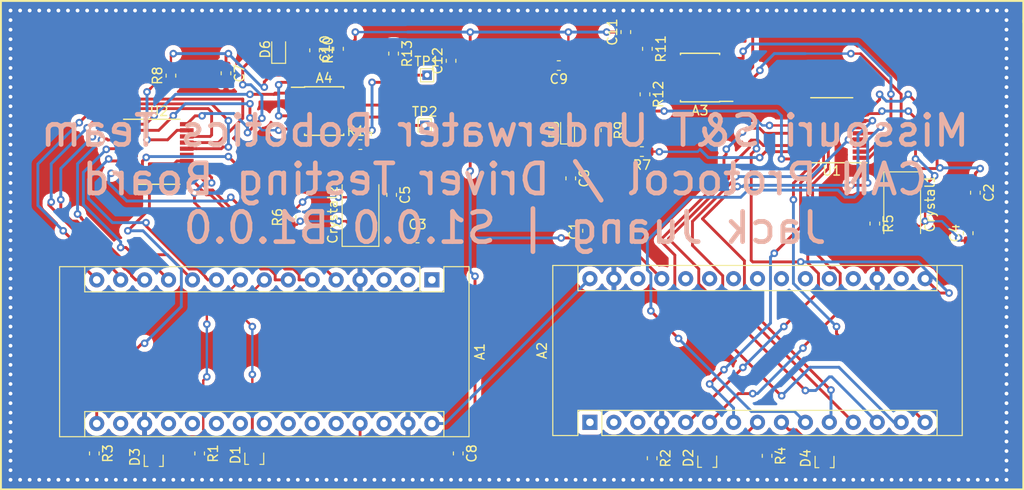
<source format=kicad_pcb>
(kicad_pcb (version 20171130) (host pcbnew "(5.0.1)-3")
  (layers (0 F.Cu signal) (31 B.Cu signal) (34 B.Paste user) (35 F.Paste user) (36 B.SilkS user) (37 F.SilkS user) (38 B.Mask user) (39 F.Mask user) (44 Edge.Cuts user))
  (net 0 "")
  (net 1 "Net-(A1-Pad1)")
  (net 2 "Net-(A1-Pad17)")
  (net 3 "Net-(A1-Pad2)")
  (net 4 GNDREF)
  (net 5 "Net-(A1-Pad3)")
  (net 6 "Net-(A1-Pad19)")
  (net 7 "Net-(A1-Pad20)")
  (net 8 INT0_2)
  (net 9 "Net-(A1-Pad21)")
  (net 10 INT1_2)
  (net 11 "Net-(A1-Pad22)")
  (net 12 INTMCP_2)
  (net 13 "Net-(A1-Pad23)")
  (net 14 "Net-(A1-Pad8)")
  (net 15 "Net-(A1-Pad24)")
  (net 16 "Net-(A1-Pad9)")
  (net 17 "Net-(A1-Pad25)")
  (net 18 TBUF0_2)
  (net 19 "Net-(A1-Pad26)")
  (net 20 TBUF1_2)
  (net 21 +5V)
  (net 22 TBUF2_2)
  (net 23 "Net-(A1-Pad28)")
  (net 24 SS_2)
  (net 25 MOSI_2)
  (net 26 VCC)
  (net 27 MISO_2)
  (net 28 SCK_2)
  (net 29 SCK)
  (net 30 MISO)
  (net 31 MOSI)
  (net 32 SS)
  (net 33 "Net-(A2-Pad28)")
  (net 34 TBUF2)
  (net 35 TBUF1)
  (net 36 "Net-(A2-Pad26)")
  (net 37 TBUF0)
  (net 38 "Net-(A2-Pad25)")
  (net 39 "Net-(A2-Pad9)")
  (net 40 "Net-(A2-Pad24)")
  (net 41 "Net-(A2-Pad8)")
  (net 42 "Net-(A2-Pad23)")
  (net 43 INTMCP)
  (net 44 "Net-(A2-Pad22)")
  (net 45 INT1)
  (net 46 "Net-(A2-Pad21)")
  (net 47 INT0)
  (net 48 "Net-(A2-Pad20)")
  (net 49 "Net-(A2-Pad19)")
  (net 50 "Net-(A2-Pad3)")
  (net 51 "Net-(A2-Pad2)")
  (net 52 "Net-(A2-Pad17)")
  (net 53 "Net-(A2-Pad1)")
  (net 54 CANTX)
  (net 55 CANRX)
  (net 56 "Net-(A3-Pad5)")
  (net 57 "Net-(A3-Pad6)")
  (net 58 "Net-(A3-Pad7)")
  (net 59 "Net-(A3-Pad8)")
  (net 60 "Net-(A4-Pad8)")
  (net 61 "Net-(A4-Pad7)")
  (net 62 "Net-(A4-Pad6)")
  (net 63 "Net-(A4-Pad5)")
  (net 64 CANRX_2)
  (net 65 CANTX_2)
  (net 66 OSC1)
  (net 67 OSC1_2)
  (net 68 OSC2)
  (net 69 OSC2_2)
  (net 70 "Net-(C6-Pad1)")
  (net 71 "Net-(C7-Pad1)")
  (net 72 "Net-(D1-Pad1)")
  (net 73 "Net-(D2-Pad1)")
  (net 74 "Net-(D3-Pad1)")
  (net 75 "Net-(D4-Pad1)")
  (net 76 "Net-(R7-Pad1)")
  (net 77 "Net-(R8-Pad1)")
  (net 78 "Net-(U1-Pad15)")
  (net 79 "Net-(U1-Pad6)")
  (net 80 "Net-(U1-Pad3)")
  (net 81 "Net-(U2-Pad3)")
  (net 82 "Net-(U2-Pad6)")
  (net 83 "Net-(U2-Pad15)")
  (module Crystal:Crystal_SMD_0603-2Pin_6.0x3.5mm (layer F.Cu) (at 164.699951 78.124851 270)
    (fp_text reference Crystal1 (at 0 -2.95 270) (layer F.SilkS))
    (fp_text value 20MHz)
    (pad 2 smd rect (at 2.2 0 270) (size 1.9 2.5) (layers F.Cu F.Paste F.Mask) (net 68 OSC2))
    (pad 1 smd rect (at -2.2 0 270) (size 1.9 2.5) (layers F.Cu F.Paste F.Mask) (net 66 OSC1))
  )
  (module Diode_SMD:D_0603_1608Metric (layer F.Cu) (at 98.552 61.773 90)
    (fp_text reference D6 (at 0 -1.43 90) (layer F.SilkS))
    (fp_text value DIODE)
    (pad 2 smd roundrect (at 0.7875 0 90) (size 0.875 0.95) (layers F.Cu F.Paste F.Mask) (net 21 +5V))
    (pad 1 smd roundrect (at -0.7875 0 90) (size 0.875 0.95) (layers F.Cu F.Paste F.Mask) (net 71 "Net-(C7-Pad1)"))
  )
  (module Resistor_SMD:R_0603_1608Metric (layer F.Cu) (at 102.362 61.875 270)
    (fp_text reference R10 (at 0 -1.43 270) (layer F.SilkS))
    (fp_text value 100k)
    (pad 2 smd roundrect (at 0.7875 0 270) (size 0.875 0.95) (layers F.Cu F.Paste F.Mask) (net 71 "Net-(C7-Pad1)"))
    (pad 1 smd roundrect (at -0.7875 0 270) (size 0.875 0.95) (layers F.Cu F.Paste F.Mask) (net 21 +5V))
  )
  (module Package_SO:TSSOP-20_4.4x6.5mm_P0.65mm (layer F.Cu) (at 157.226 70.358 180)
    (fp_text reference U1 (at 0 -4.3 180) (layer F.SilkS))
    (fp_text value MCP2515-EST)
    (pad 20 smd rect (at 2.95 -2.925 180) (size 1.45 0.45) (layers F.Cu F.Paste F.Mask) (net 21 +5V))
    (pad 19 smd rect (at 2.95 -2.275 180) (size 1.45 0.45) (layers F.Cu F.Paste F.Mask) (net 76 "Net-(R7-Pad1)"))
    (pad 18 smd rect (at 2.95 -1.625 180) (size 1.45 0.45) (layers F.Cu F.Paste F.Mask) (net 32 SS))
    (pad 17 smd rect (at 2.95 -0.975 180) (size 1.45 0.45) (layers F.Cu F.Paste F.Mask) (net 30 MISO))
    (pad 16 smd rect (at 2.95 -0.325 180) (size 1.45 0.45) (layers F.Cu F.Paste F.Mask) (net 31 MOSI))
    (pad 15 smd rect (at 2.95 0.325 180) (size 1.45 0.45) (layers F.Cu F.Paste F.Mask) (net 78 "Net-(U1-Pad15)"))
    (pad 14 smd rect (at 2.95 0.975 180) (size 1.45 0.45) (layers F.Cu F.Paste F.Mask) (net 29 SCK))
    (pad 13 smd rect (at 2.95 1.625 180) (size 1.45 0.45) (layers F.Cu F.Paste F.Mask) (net 43 INTMCP))
    (pad 12 smd rect (at 2.95 2.275 180) (size 1.45 0.45) (layers F.Cu F.Paste F.Mask) (net 47 INT0))
    (pad 11 smd rect (at 2.95 2.925 180) (size 1.45 0.45) (layers F.Cu F.Paste F.Mask) (net 45 INT1))
    (pad 10 smd rect (at -2.95 2.925 180) (size 1.45 0.45) (layers F.Cu F.Paste F.Mask) (net 4 GNDREF))
    (pad 9 smd rect (at -2.95 2.275 180) (size 1.45 0.45) (layers F.Cu F.Paste F.Mask) (net 66 OSC1))
    (pad 8 smd rect (at -2.95 1.625 180) (size 1.45 0.45) (layers F.Cu F.Paste F.Mask) (net 68 OSC2))
    (pad 7 smd rect (at -2.95 0.975 180) (size 1.45 0.45) (layers F.Cu F.Paste F.Mask) (net 37 TBUF0))
    (pad 6 smd rect (at -2.95 0.325 180) (size 1.45 0.45) (layers F.Cu F.Paste F.Mask) (net 79 "Net-(U1-Pad6)"))
    (pad 5 smd rect (at -2.95 -0.325 180) (size 1.45 0.45) (layers F.Cu F.Paste F.Mask) (net 35 TBUF1))
    (pad 4 smd rect (at -2.95 -0.975 180) (size 1.45 0.45) (layers F.Cu F.Paste F.Mask) (net 34 TBUF2))
    (pad 3 smd rect (at -2.95 -1.625 180) (size 1.45 0.45) (layers F.Cu F.Paste F.Mask) (net 80 "Net-(U1-Pad3)"))
    (pad 2 smd rect (at -2.95 -2.275 180) (size 1.45 0.45) (layers F.Cu F.Paste F.Mask) (net 55 CANRX))
    (pad 1 smd rect (at -2.95 -2.925 180) (size 1.45 0.45) (layers F.Cu F.Paste F.Mask) (net 54 CANTX))
  )
  (module Resistor_SMD:R_0603_1608Metric (layer F.Cu) (at 99.868 79.588 90)
    (fp_text reference R6 (at 0 -1.43 90) (layer F.SilkS))
    (fp_text value 1M)
    (pad 1 smd roundrect (at -0.7875 0 90) (size 0.875 0.95) (layers F.Cu F.Paste F.Mask) (net 67 OSC1_2))
    (pad 2 smd roundrect (at 0.7875 0 90) (size 0.875 0.95) (layers F.Cu F.Paste F.Mask) (net 69 OSC2_2))
  )
  (module Module:Arduino_Nano (layer F.Cu) (at 114.808 86.233 270)
    (fp_text reference A1 (at 7.62 -5.08 270) (layer F.SilkS))
    (fp_text value Arduino_Nano_v3.x)
    (pad 1 thru_hole rect (at 0 0 270) (size 1.6 1.6) (drill 0.8) (layers *.Cu *.Mask) (net 1 "Net-(A1-Pad1)"))
    (pad 17 thru_hole oval (at 15.24 33.02 270) (size 1.6 1.6) (drill 0.8) (layers *.Cu *.Mask) (net 2 "Net-(A1-Pad17)"))
    (pad 2 thru_hole oval (at 0 2.54 270) (size 1.6 1.6) (drill 0.8) (layers *.Cu *.Mask) (net 3 "Net-(A1-Pad2)"))
    (pad 18 thru_hole oval (at 15.24 30.48 270) (size 1.6 1.6) (drill 0.8) (layers *.Cu *.Mask) (net 4 GNDREF))
    (pad 3 thru_hole oval (at 0 5.08 270) (size 1.6 1.6) (drill 0.8) (layers *.Cu *.Mask) (net 5 "Net-(A1-Pad3)"))
    (pad 19 thru_hole oval (at 15.24 27.94 270) (size 1.6 1.6) (drill 0.8) (layers *.Cu *.Mask) (net 6 "Net-(A1-Pad19)"))
    (pad 4 thru_hole oval (at 0 7.62 270) (size 1.6 1.6) (drill 0.8) (layers *.Cu *.Mask) (net 4 GNDREF))
    (pad 20 thru_hole oval (at 15.24 25.4 270) (size 1.6 1.6) (drill 0.8) (layers *.Cu *.Mask) (net 7 "Net-(A1-Pad20)"))
    (pad 5 thru_hole oval (at 0 10.16 270) (size 1.6 1.6) (drill 0.8) (layers *.Cu *.Mask) (net 8 INT0_2))
    (pad 21 thru_hole oval (at 15.24 22.86 270) (size 1.6 1.6) (drill 0.8) (layers *.Cu *.Mask) (net 9 "Net-(A1-Pad21)"))
    (pad 6 thru_hole oval (at 0 12.7 270) (size 1.6 1.6) (drill 0.8) (layers *.Cu *.Mask) (net 10 INT1_2))
    (pad 22 thru_hole oval (at 15.24 20.32 270) (size 1.6 1.6) (drill 0.8) (layers *.Cu *.Mask) (net 11 "Net-(A1-Pad22)"))
    (pad 7 thru_hole oval (at 0 15.24 270) (size 1.6 1.6) (drill 0.8) (layers *.Cu *.Mask) (net 12 INTMCP_2))
    (pad 23 thru_hole oval (at 15.24 17.78 270) (size 1.6 1.6) (drill 0.8) (layers *.Cu *.Mask) (net 13 "Net-(A1-Pad23)"))
    (pad 8 thru_hole oval (at 0 17.78 270) (size 1.6 1.6) (drill 0.8) (layers *.Cu *.Mask) (net 14 "Net-(A1-Pad8)"))
    (pad 24 thru_hole oval (at 15.24 15.24 270) (size 1.6 1.6) (drill 0.8) (layers *.Cu *.Mask) (net 15 "Net-(A1-Pad24)"))
    (pad 9 thru_hole oval (at 0 20.32 270) (size 1.6 1.6) (drill 0.8) (layers *.Cu *.Mask) (net 16 "Net-(A1-Pad9)"))
    (pad 25 thru_hole oval (at 15.24 12.7 270) (size 1.6 1.6) (drill 0.8) (layers *.Cu *.Mask) (net 17 "Net-(A1-Pad25)"))
    (pad 10 thru_hole oval (at 0 22.86 270) (size 1.6 1.6) (drill 0.8) (layers *.Cu *.Mask) (net 18 TBUF0_2))
    (pad 26 thru_hole oval (at 15.24 10.16 270) (size 1.6 1.6) (drill 0.8) (layers *.Cu *.Mask) (net 19 "Net-(A1-Pad26)"))
    (pad 11 thru_hole oval (at 0 25.4 270) (size 1.6 1.6) (drill 0.8) (layers *.Cu *.Mask) (net 20 TBUF1_2))
    (pad 27 thru_hole oval (at 15.24 7.62 270) (size 1.6 1.6) (drill 0.8) (layers *.Cu *.Mask) (net 21 +5V))
    (pad 12 thru_hole oval (at 0 27.94 270) (size 1.6 1.6) (drill 0.8) (layers *.Cu *.Mask) (net 22 TBUF2_2))
    (pad 28 thru_hole oval (at 15.24 5.08 270) (size 1.6 1.6) (drill 0.8) (layers *.Cu *.Mask) (net 23 "Net-(A1-Pad28)"))
    (pad 13 thru_hole oval (at 0 30.48 270) (size 1.6 1.6) (drill 0.8) (layers *.Cu *.Mask) (net 24 SS_2))
    (pad 29 thru_hole oval (at 15.24 2.54 270) (size 1.6 1.6) (drill 0.8) (layers *.Cu *.Mask) (net 4 GNDREF))
    (pad 14 thru_hole oval (at 0 33.02 270) (size 1.6 1.6) (drill 0.8) (layers *.Cu *.Mask) (net 25 MOSI_2))
    (pad 30 thru_hole oval (at 15.24 0 270) (size 1.6 1.6) (drill 0.8) (layers *.Cu *.Mask) (net 26 VCC))
    (pad 15 thru_hole oval (at 0 35.56 270) (size 1.6 1.6) (drill 0.8) (layers *.Cu *.Mask) (net 27 MISO_2))
    (pad 16 thru_hole oval (at 15.24 35.56 270) (size 1.6 1.6) (drill 0.8) (layers *.Cu *.Mask) (net 28 SCK_2))
  )
  (module Module:Arduino_Nano (layer F.Cu) (at 131.572 101.346 90)
    (fp_text reference A2 (at 7.62 -5.08 90) (layer F.SilkS))
    (fp_text value Arduino_Nano_v3.x)
    (pad 16 thru_hole oval (at 15.24 35.56 90) (size 1.6 1.6) (drill 0.8) (layers *.Cu *.Mask) (net 29 SCK))
    (pad 15 thru_hole oval (at 0 35.56 90) (size 1.6 1.6) (drill 0.8) (layers *.Cu *.Mask) (net 30 MISO))
    (pad 30 thru_hole oval (at 15.24 0 90) (size 1.6 1.6) (drill 0.8) (layers *.Cu *.Mask) (net 26 VCC))
    (pad 14 thru_hole oval (at 0 33.02 90) (size 1.6 1.6) (drill 0.8) (layers *.Cu *.Mask) (net 31 MOSI))
    (pad 29 thru_hole oval (at 15.24 2.54 90) (size 1.6 1.6) (drill 0.8) (layers *.Cu *.Mask) (net 4 GNDREF))
    (pad 13 thru_hole oval (at 0 30.48 90) (size 1.6 1.6) (drill 0.8) (layers *.Cu *.Mask) (net 32 SS))
    (pad 28 thru_hole oval (at 15.24 5.08 90) (size 1.6 1.6) (drill 0.8) (layers *.Cu *.Mask) (net 33 "Net-(A2-Pad28)"))
    (pad 12 thru_hole oval (at 0 27.94 90) (size 1.6 1.6) (drill 0.8) (layers *.Cu *.Mask) (net 34 TBUF2))
    (pad 27 thru_hole oval (at 15.24 7.62 90) (size 1.6 1.6) (drill 0.8) (layers *.Cu *.Mask) (net 21 +5V))
    (pad 11 thru_hole oval (at 0 25.4 90) (size 1.6 1.6) (drill 0.8) (layers *.Cu *.Mask) (net 35 TBUF1))
    (pad 26 thru_hole oval (at 15.24 10.16 90) (size 1.6 1.6) (drill 0.8) (layers *.Cu *.Mask) (net 36 "Net-(A2-Pad26)"))
    (pad 10 thru_hole oval (at 0 22.86 90) (size 1.6 1.6) (drill 0.8) (layers *.Cu *.Mask) (net 37 TBUF0))
    (pad 25 thru_hole oval (at 15.24 12.7 90) (size 1.6 1.6) (drill 0.8) (layers *.Cu *.Mask) (net 38 "Net-(A2-Pad25)"))
    (pad 9 thru_hole oval (at 0 20.32 90) (size 1.6 1.6) (drill 0.8) (layers *.Cu *.Mask) (net 39 "Net-(A2-Pad9)"))
    (pad 24 thru_hole oval (at 15.24 15.24 90) (size 1.6 1.6) (drill 0.8) (layers *.Cu *.Mask) (net 40 "Net-(A2-Pad24)"))
    (pad 8 thru_hole oval (at 0 17.78 90) (size 1.6 1.6) (drill 0.8) (layers *.Cu *.Mask) (net 41 "Net-(A2-Pad8)"))
    (pad 23 thru_hole oval (at 15.24 17.78 90) (size 1.6 1.6) (drill 0.8) (layers *.Cu *.Mask) (net 42 "Net-(A2-Pad23)"))
    (pad 7 thru_hole oval (at 0 15.24 90) (size 1.6 1.6) (drill 0.8) (layers *.Cu *.Mask) (net 43 INTMCP))
    (pad 22 thru_hole oval (at 15.24 20.32 90) (size 1.6 1.6) (drill 0.8) (layers *.Cu *.Mask) (net 44 "Net-(A2-Pad22)"))
    (pad 6 thru_hole oval (at 0 12.7 90) (size 1.6 1.6) (drill 0.8) (layers *.Cu *.Mask) (net 45 INT1))
    (pad 21 thru_hole oval (at 15.24 22.86 90) (size 1.6 1.6) (drill 0.8) (layers *.Cu *.Mask) (net 46 "Net-(A2-Pad21)"))
    (pad 5 thru_hole oval (at 0 10.16 90) (size 1.6 1.6) (drill 0.8) (layers *.Cu *.Mask) (net 47 INT0))
    (pad 20 thru_hole oval (at 15.24 25.4 90) (size 1.6 1.6) (drill 0.8) (layers *.Cu *.Mask) (net 48 "Net-(A2-Pad20)"))
    (pad 4 thru_hole oval (at 0 7.62 90) (size 1.6 1.6) (drill 0.8) (layers *.Cu *.Mask) (net 4 GNDREF))
    (pad 19 thru_hole oval (at 15.24 27.94 90) (size 1.6 1.6) (drill 0.8) (layers *.Cu *.Mask) (net 49 "Net-(A2-Pad19)"))
    (pad 3 thru_hole oval (at 0 5.08 90) (size 1.6 1.6) (drill 0.8) (layers *.Cu *.Mask) (net 50 "Net-(A2-Pad3)"))
    (pad 18 thru_hole oval (at 15.24 30.48 90) (size 1.6 1.6) (drill 0.8) (layers *.Cu *.Mask) (net 4 GNDREF))
    (pad 2 thru_hole oval (at 0 2.54 90) (size 1.6 1.6) (drill 0.8) (layers *.Cu *.Mask) (net 51 "Net-(A2-Pad2)"))
    (pad 17 thru_hole oval (at 15.24 33.02 90) (size 1.6 1.6) (drill 0.8) (layers *.Cu *.Mask) (net 52 "Net-(A2-Pad17)"))
    (pad 1 thru_hole rect (at 0 0 90) (size 1.6 1.6) (drill 0.8) (layers *.Cu *.Mask) (net 53 "Net-(A2-Pad1)"))
  )
  (module Package_SO:SOIC-8_3.9x4.9mm_P1.27mm (layer F.Cu) (at 143.256 64.77 180)
    (fp_text reference A3 (at 0 -3.5 180) (layer F.SilkS))
    (fp_text value ATA6560)
    (pad 1 smd rect (at -2.7 -1.905 180) (size 1.55 0.6) (layers F.Cu F.Paste F.Mask) (net 54 CANTX))
    (pad 2 smd rect (at -2.7 -0.635 180) (size 1.55 0.6) (layers F.Cu F.Paste F.Mask) (net 4 GNDREF))
    (pad 3 smd rect (at -2.7 0.635 180) (size 1.55 0.6) (layers F.Cu F.Paste F.Mask) (net 21 +5V))
    (pad 4 smd rect (at -2.7 1.905 180) (size 1.55 0.6) (layers F.Cu F.Paste F.Mask) (net 55 CANRX))
    (pad 5 smd rect (at 2.7 1.905 180) (size 1.55 0.6) (layers F.Cu F.Paste F.Mask) (net 56 "Net-(A3-Pad5)"))
    (pad 6 smd rect (at 2.7 0.635 180) (size 1.55 0.6) (layers F.Cu F.Paste F.Mask) (net 57 "Net-(A3-Pad6)"))
    (pad 7 smd rect (at 2.7 -0.635 180) (size 1.55 0.6) (layers F.Cu F.Paste F.Mask) (net 58 "Net-(A3-Pad7)"))
    (pad 8 smd rect (at 2.7 -1.905 180) (size 1.55 0.6) (layers F.Cu F.Paste F.Mask) (net 59 "Net-(A3-Pad8)"))
  )
  (module Package_SO:SOIC-8_3.9x4.9mm_P1.27mm (layer F.Cu) (at 103.378 68.326)
    (fp_text reference A4 (at 0 -3.5) (layer F.SilkS))
    (fp_text value ATA6560)
    (pad 8 smd rect (at 2.7 -1.905) (size 1.55 0.6) (layers F.Cu F.Paste F.Mask) (net 60 "Net-(A4-Pad8)"))
    (pad 7 smd rect (at 2.7 -0.635) (size 1.55 0.6) (layers F.Cu F.Paste F.Mask) (net 61 "Net-(A4-Pad7)"))
    (pad 6 smd rect (at 2.7 0.635) (size 1.55 0.6) (layers F.Cu F.Paste F.Mask) (net 62 "Net-(A4-Pad6)"))
    (pad 5 smd rect (at 2.7 1.905) (size 1.55 0.6) (layers F.Cu F.Paste F.Mask) (net 63 "Net-(A4-Pad5)"))
    (pad 4 smd rect (at -2.7 1.905) (size 1.55 0.6) (layers F.Cu F.Paste F.Mask) (net 64 CANRX_2))
    (pad 3 smd rect (at -2.7 0.635) (size 1.55 0.6) (layers F.Cu F.Paste F.Mask) (net 21 +5V))
    (pad 2 smd rect (at -2.7 -0.635) (size 1.55 0.6) (layers F.Cu F.Paste F.Mask) (net 4 GNDREF))
    (pad 1 smd rect (at -2.7 -1.905) (size 1.55 0.6) (layers F.Cu F.Paste F.Mask) (net 65 CANTX_2))
  )
  (module Capacitor_SMD:C_0603_1608Metric (layer F.Cu) (at 172.466 76.9875 270)
    (fp_text reference C2 (at 0 -1.43 270) (layer F.SilkS))
    (fp_text value 15pF)
    (pad 2 smd roundrect (at 0.7875 0 270) (size 0.875 0.95) (layers F.Cu F.Paste F.Mask) (net 4 GNDREF))
    (pad 1 smd roundrect (at -0.7875 0 270) (size 0.875 0.95) (layers F.Cu F.Paste F.Mask) (net 66 OSC1))
  )
  (module Capacitor_SMD:C_0603_1608Metric (layer F.Cu) (at 113.284 81.788)
    (fp_text reference C3 (at 0 -1.43) (layer F.SilkS))
    (fp_text value 15pF)
    (pad 1 smd roundrect (at -0.7875 0) (size 0.875 0.95) (layers F.Cu F.Paste F.Mask) (net 67 OSC1_2))
    (pad 2 smd roundrect (at 0.7875 0) (size 0.875 0.95) (layers F.Cu F.Paste F.Mask) (net 4 GNDREF))
  )
  (module Capacitor_SMD:C_0603_1608Metric (layer F.Cu) (at 171.704 81.28 90)
    (fp_text reference C4 (at 0 -1.43 90) (layer F.SilkS))
    (fp_text value 15pF)
    (pad 1 smd roundrect (at -0.7875 0 90) (size 0.875 0.95) (layers F.Cu F.Paste F.Mask) (net 68 OSC2))
    (pad 2 smd roundrect (at 0.7875 0 90) (size 0.875 0.95) (layers F.Cu F.Paste F.Mask) (net 4 GNDREF))
  )
  (module Capacitor_SMD:C_0603_1608Metric (layer F.Cu) (at 110.536 77.216 270)
    (fp_text reference C5 (at 0 -1.43 270) (layer F.SilkS))
    (fp_text value 15pF)
    (pad 2 smd roundrect (at 0.7875 0 270) (size 0.875 0.95) (layers F.Cu F.Paste F.Mask) (net 4 GNDREF))
    (pad 1 smd roundrect (at -0.7875 0 270) (size 0.875 0.95) (layers F.Cu F.Paste F.Mask) (net 69 OSC2_2))
  )
  (module Capacitor_SMD:C_0603_1608Metric (layer F.Cu) (at 129.54 75.4635 270)
    (fp_text reference C6 (at 0 -1.43 270) (layer F.SilkS))
    (fp_text value 1uF)
    (pad 2 smd roundrect (at 0.7875 0 270) (size 0.875 0.95) (layers F.Cu F.Paste F.Mask) (net 4 GNDREF))
    (pad 1 smd roundrect (at -0.7875 0 270) (size 0.875 0.95) (layers F.Cu F.Paste F.Mask) (net 70 "Net-(C6-Pad1)"))
  )
  (module Capacitor_SMD:C_0603_1608Metric (layer F.Cu) (at 92.964 64.313 270)
    (fp_text reference C7 (at 0 -1.43 270) (layer F.SilkS))
    (fp_text value 1uF)
    (pad 1 smd roundrect (at -0.7875 0 270) (size 0.875 0.95) (layers F.Cu F.Paste F.Mask) (net 71 "Net-(C7-Pad1)"))
    (pad 2 smd roundrect (at 0.7875 0 270) (size 0.875 0.95) (layers F.Cu F.Paste F.Mask) (net 4 GNDREF))
  )
  (module Crystal:Crystal_SMD_0603-2Pin_6.0x3.5mm (layer F.Cu) (at 107.234 79.334 90)
    (fp_text reference Crystal2 (at 0 -2.95 90) (layer F.SilkS))
    (fp_text value "20 MHz ")
    (pad 1 smd rect (at -2.2 0 90) (size 1.9 2.5) (layers F.Cu F.Paste F.Mask) (net 67 OSC1_2))
    (pad 2 smd rect (at 2.2 0 90) (size 1.9 2.5) (layers F.Cu F.Paste F.Mask) (net 69 OSC2_2))
  )
  (module LED_SMD:LED_Cree-XQ (layer F.Cu) (at 95.964157 104.808497 90)
    (fp_text reference D1 (at 0 -2 90) (layer F.SilkS))
    (fp_text value LED)
    (pad 1 smd rect (at -0.475 0 90) (size 0.65 1.6) (layers F.Cu F.Paste F.Mask) (net 72 "Net-(D1-Pad1)"))
    (pad 2 smd rect (at 0.475 0 90) (size 0.65 1.6) (layers F.Cu F.Paste F.Mask) (net 14 "Net-(A1-Pad8)"))
  )
  (module LED_SMD:LED_Cree-XQ (layer F.Cu) (at 144.018 105.123 90)
    (fp_text reference D2 (at 0 -2 90) (layer F.SilkS))
    (fp_text value LED)
    (pad 1 smd rect (at -0.475 0 90) (size 0.65 1.6) (layers F.Cu F.Paste F.Mask) (net 73 "Net-(D2-Pad1)"))
    (pad 2 smd rect (at 0.475 0 90) (size 0.65 1.6) (layers F.Cu F.Paste F.Mask) (net 41 "Net-(A2-Pad8)"))
  )
  (module LED_SMD:LED_Cree-XQ (layer F.Cu) (at 85.296157 105.029497 90)
    (fp_text reference D3 (at 0 -2 90) (layer F.SilkS))
    (fp_text value LED)
    (pad 2 smd rect (at 0.475 0 90) (size 0.65 1.6) (layers F.Cu F.Paste F.Mask) (net 16 "Net-(A1-Pad9)"))
    (pad 1 smd rect (at -0.475 0 90) (size 0.65 1.6) (layers F.Cu F.Paste F.Mask) (net 74 "Net-(D3-Pad1)"))
  )
  (module LED_SMD:LED_Cree-XQ (layer F.Cu) (at 156.464 105.156 90)
    (fp_text reference D4 (at 0 -2 90) (layer F.SilkS))
    (fp_text value LED)
    (pad 2 smd rect (at 0.475 0 90) (size 0.65 1.6) (layers F.Cu F.Paste F.Mask) (net 39 "Net-(A2-Pad9)"))
    (pad 1 smd rect (at -0.475 0 90) (size 0.65 1.6) (layers F.Cu F.Paste F.Mask) (net 75 "Net-(D4-Pad1)"))
  )
  (module Diode_SMD:D_0603_1608Metric (layer F.Cu) (at 129.201479 70.33071 90)
    (fp_text reference D5 (at 0 -1.43 90) (layer F.SilkS))
    (fp_text value DIODE)
    (pad 1 smd roundrect (at -0.7875 0 90) (size 0.875 0.95) (layers F.Cu F.Paste F.Mask) (net 70 "Net-(C6-Pad1)"))
    (pad 2 smd roundrect (at 0.7875 0 90) (size 0.875 0.95) (layers F.Cu F.Paste F.Mask) (net 21 +5V))
  )
  (module Resistor_SMD:R_0603_1608Metric (layer F.Cu) (at 90.17 104.648 270)
    (fp_text reference R1 (at 0 -1.43 270) (layer F.SilkS))
    (fp_text value 220)
    (pad 2 smd roundrect (at 0.7875 0 270) (size 0.875 0.95) (layers F.Cu F.Paste F.Mask) (net 4 GNDREF))
    (pad 1 smd roundrect (at -0.7875 0 270) (size 0.875 0.95) (layers F.Cu F.Paste F.Mask) (net 72 "Net-(D1-Pad1)"))
  )
  (module Resistor_SMD:R_0603_1608Metric (layer F.Cu) (at 138.176 105.156 270)
    (fp_text reference R2 (at 0 -1.43 270) (layer F.SilkS))
    (fp_text value 220)
    (pad 1 smd roundrect (at -0.7875 0 270) (size 0.875 0.95) (layers F.Cu F.Paste F.Mask) (net 73 "Net-(D2-Pad1)"))
    (pad 2 smd roundrect (at 0.7875 0 270) (size 0.875 0.95) (layers F.Cu F.Paste F.Mask) (net 4 GNDREF))
  )
  (module Resistor_SMD:R_0603_1608Metric (layer F.Cu) (at 78.994 104.648 270)
    (fp_text reference R3 (at 0 -1.43 270) (layer F.SilkS))
    (fp_text value 220)
    (pad 1 smd roundrect (at -0.7875 0 270) (size 0.875 0.95) (layers F.Cu F.Paste F.Mask) (net 74 "Net-(D3-Pad1)"))
    (pad 2 smd roundrect (at 0.7875 0 270) (size 0.875 0.95) (layers F.Cu F.Paste F.Mask) (net 4 GNDREF))
  )
  (module Resistor_SMD:R_0603_1608Metric (layer F.Cu) (at 150.368 104.902 270)
    (fp_text reference R4 (at 0 -1.43 270) (layer F.SilkS))
    (fp_text value 220)
    (pad 2 smd roundrect (at 0.7875 0 270) (size 0.875 0.95) (layers F.Cu F.Paste F.Mask) (net 4 GNDREF))
    (pad 1 smd roundrect (at -0.7875 0 270) (size 0.875 0.95) (layers F.Cu F.Paste F.Mask) (net 75 "Net-(D4-Pad1)"))
  )
  (module Resistor_SMD:R_0603_1608Metric (layer F.Cu) (at 161.798 80.264 270)
    (fp_text reference R5 (at 0 -1.43 270) (layer F.SilkS))
    (fp_text value 1M)
    (pad 1 smd roundrect (at -0.7875 0 270) (size 0.875 0.95) (layers F.Cu F.Paste F.Mask) (net 66 OSC1))
    (pad 2 smd roundrect (at 0.7875 0 270) (size 0.875 0.95) (layers F.Cu F.Paste F.Mask) (net 68 OSC2))
  )
  (module Resistor_SMD:R_0603_1608Metric (layer F.Cu) (at 137.087437 72.623254 180)
    (fp_text reference R7 (at 0 -1.43 180) (layer F.SilkS))
    (fp_text value 10k)
    (pad 2 smd roundrect (at 0.7875 0 180) (size 0.875 0.95) (layers F.Cu F.Paste F.Mask) (net 70 "Net-(C6-Pad1)"))
    (pad 1 smd roundrect (at -0.7875 0 180) (size 0.875 0.95) (layers F.Cu F.Paste F.Mask) (net 76 "Net-(R7-Pad1)"))
  )
  (module Resistor_SMD:R_0603_1608Metric (layer F.Cu) (at 133.265479 70.35621 270)
    (fp_text reference R9 (at 0 -1.43 270) (layer F.SilkS))
    (fp_text value 100k)
    (pad 1 smd roundrect (at -0.7875 0 270) (size 0.875 0.95) (layers F.Cu F.Paste F.Mask) (net 21 +5V))
    (pad 2 smd roundrect (at 0.7875 0 270) (size 0.875 0.95) (layers F.Cu F.Paste F.Mask) (net 70 "Net-(C6-Pad1)"))
  )
  (module Resistor_SMD:R_0603_1608Metric (layer F.Cu) (at 137.668 61.722 270)
    (fp_text reference R11 (at 0 -1.43 270) (layer F.SilkS))
    (fp_text value 10k)
    (pad 2 smd roundrect (at 0.7875 0 270) (size 0.875 0.95) (layers F.Cu F.Paste F.Mask) (net 56 "Net-(A3-Pad5)"))
    (pad 1 smd roundrect (at -0.7875 0 270) (size 0.875 0.95) (layers F.Cu F.Paste F.Mask) (net 21 +5V))
  )
  (module Resistor_SMD:R_0603_1608Metric (layer F.Cu) (at 137.414 66.548 270)
    (fp_text reference R12 (at 0 -1.43 270) (layer F.SilkS))
    (fp_text value 10k)
    (pad 1 smd roundrect (at -0.7875 0 270) (size 0.875 0.95) (layers F.Cu F.Paste F.Mask) (net 59 "Net-(A3-Pad8)"))
    (pad 2 smd roundrect (at 0.7875 0 270) (size 0.875 0.95) (layers F.Cu F.Paste F.Mask) (net 4 GNDREF))
  )
  (module Resistor_SMD:R_0603_1608Metric (layer F.Cu) (at 110.744 62.23 270)
    (fp_text reference R13 (at 0 -1.43 270) (layer F.SilkS))
    (fp_text value 10k)
    (pad 1 smd roundrect (at -0.7875 0 270) (size 0.875 0.95) (layers F.Cu F.Paste F.Mask) (net 21 +5V))
    (pad 2 smd roundrect (at 0.7875 0 270) (size 0.875 0.95) (layers F.Cu F.Paste F.Mask) (net 63 "Net-(A4-Pad5)"))
  )
  (module Resistor_SMD:R_0603_1608Metric (layer F.Cu) (at 107.2135 71.882)
    (fp_text reference R14 (at 0 -1.43) (layer F.SilkS))
    (fp_text value 10k)
    (pad 2 smd roundrect (at 0.7875 0) (size 0.875 0.95) (layers F.Cu F.Paste F.Mask) (net 4 GNDREF))
    (pad 1 smd roundrect (at -0.7875 0) (size 0.875 0.95) (layers F.Cu F.Paste F.Mask) (net 60 "Net-(A4-Pad8)"))
  )
  (module TestPoint:TestPoint_THTPad_1.0x1.0mm_Drill0.5mm (layer F.Cu) (at 114.3 64.516)
    (fp_text reference TP1 (at 0 -1.448) (layer F.SilkS))
    (fp_text value TestPoint)
    (pad 1 thru_hole rect (at 0 0) (size 1 1) (drill 0.5) (layers *.Cu *.Mask) (net 61 "Net-(A4-Pad7)"))
  )
  (module TestPoint:TestPoint_THTPad_1.0x1.0mm_Drill0.5mm (layer F.Cu) (at 114.046 69.85)
    (fp_text reference TP2 (at 0 -1.448) (layer F.SilkS))
    (fp_text value TestPoint)
    (pad 1 thru_hole rect (at 0 0) (size 1 1) (drill 0.5) (layers *.Cu *.Mask) (net 62 "Net-(A4-Pad6)"))
  )
  (module Package_SO:TSSOP-20_4.4x6.5mm_P0.65mm (layer F.Cu) (at 85.852 72.644)
    (fp_text reference U2 (at 0 -4.3) (layer F.SilkS))
    (fp_text value MCP2515-EST)
    (pad 1 smd rect (at -2.95 -2.925) (size 1.45 0.45) (layers F.Cu F.Paste F.Mask) (net 65 CANTX_2))
    (pad 2 smd rect (at -2.95 -2.275) (size 1.45 0.45) (layers F.Cu F.Paste F.Mask) (net 64 CANRX_2))
    (pad 3 smd rect (at -2.95 -1.625) (size 1.45 0.45) (layers F.Cu F.Paste F.Mask) (net 81 "Net-(U2-Pad3)"))
    (pad 4 smd rect (at -2.95 -0.975) (size 1.45 0.45) (layers F.Cu F.Paste F.Mask) (net 22 TBUF2_2))
    (pad 5 smd rect (at -2.95 -0.325) (size 1.45 0.45) (layers F.Cu F.Paste F.Mask) (net 20 TBUF1_2))
    (pad 6 smd rect (at -2.95 0.325) (size 1.45 0.45) (layers F.Cu F.Paste F.Mask) (net 82 "Net-(U2-Pad6)"))
    (pad 7 smd rect (at -2.95 0.975) (size 1.45 0.45) (layers F.Cu F.Paste F.Mask) (net 18 TBUF0_2))
    (pad 8 smd rect (at -2.95 1.625) (size 1.45 0.45) (layers F.Cu F.Paste F.Mask) (net 69 OSC2_2))
    (pad 9 smd rect (at -2.95 2.275) (size 1.45 0.45) (layers F.Cu F.Paste F.Mask) (net 67 OSC1_2))
    (pad 10 smd rect (at -2.95 2.925) (size 1.45 0.45) (layers F.Cu F.Paste F.Mask) (net 4 GNDREF))
    (pad 11 smd rect (at 2.95 2.925) (size 1.45 0.45) (layers F.Cu F.Paste F.Mask) (net 10 INT1_2))
    (pad 12 smd rect (at 2.95 2.275) (size 1.45 0.45) (layers F.Cu F.Paste F.Mask) (net 8 INT0_2))
    (pad 13 smd rect (at 2.95 1.625) (size 1.45 0.45) (layers F.Cu F.Paste F.Mask) (net 12 INTMCP_2))
    (pad 14 smd rect (at 2.95 0.975) (size 1.45 0.45) (layers F.Cu F.Paste F.Mask) (net 28 SCK_2))
    (pad 15 smd rect (at 2.95 0.325) (size 1.45 0.45) (layers F.Cu F.Paste F.Mask) (net 83 "Net-(U2-Pad15)"))
    (pad 16 smd rect (at 2.95 -0.325) (size 1.45 0.45) (layers F.Cu F.Paste F.Mask) (net 25 MOSI_2))
    (pad 17 smd rect (at 2.95 -0.975) (size 1.45 0.45) (layers F.Cu F.Paste F.Mask) (net 27 MISO_2))
    (pad 18 smd rect (at 2.95 -1.625) (size 1.45 0.45) (layers F.Cu F.Paste F.Mask) (net 24 SS_2))
    (pad 19 smd rect (at 2.95 -2.275) (size 1.45 0.45) (layers F.Cu F.Paste F.Mask) (net 77 "Net-(R8-Pad1)"))
    (pad 20 smd rect (at 2.95 -2.925) (size 1.45 0.45) (layers F.Cu F.Paste F.Mask) (net 21 +5V))
  )
  (module Resistor_SMD:R_0603_1608Metric (layer F.Cu) (at 87.122 64.567 90)
    (fp_text reference R8 (at 0 -1.43 90) (layer F.SilkS))
    (fp_text value 10k)
    (pad 1 smd roundrect (at -0.7875 0 90) (size 0.875 0.95) (layers F.Cu F.Paste F.Mask) (net 77 "Net-(R8-Pad1)"))
    (pad 2 smd roundrect (at 0.7875 0 90) (size 0.875 0.95) (layers F.Cu F.Paste F.Mask) (net 71 "Net-(C7-Pad1)"))
  )
  (module Capacitor_SMD:C_0603_1608Metric (layer F.Cu) (at 117.602 104.648 270)
    (fp_text reference C8 (at 0 -1.43 270) (layer F.SilkS))
    (fp_text value 100nF)
    (pad 2 smd roundrect (at 0.7875 0 270) (size 0.875 0.95) (layers F.Cu F.Paste F.Mask) (net 4 GNDREF))
    (pad 1 smd roundrect (at -0.7875 0 270) (size 0.875 0.95) (layers F.Cu F.Paste F.Mask) (net 21 +5V))
  )
  (module Capacitor_SMD:C_0603_1608Metric (layer F.Cu) (at 128.27 63.5 180)
    (fp_text reference C9 (at 0 -1.43 180) (layer F.SilkS))
    (fp_text value 100nF)
    (pad 2 smd roundrect (at 0.7875 0 180) (size 0.875 0.95) (layers F.Cu F.Paste F.Mask) (net 4 GNDREF))
    (pad 1 smd roundrect (at -0.7875 0 180) (size 0.875 0.95) (layers F.Cu F.Paste F.Mask) (net 21 +5V))
  )
  (module Capacitor_SMD:C_0603_1608Metric (layer F.Cu) (at 104.902 61.722 90)
    (fp_text reference C10 (at 0 -1.43 90) (layer F.SilkS))
    (fp_text value 100nF)
    (pad 1 smd roundrect (at -0.7875 0 90) (size 0.875 0.95) (layers F.Cu F.Paste F.Mask) (net 21 +5V))
    (pad 2 smd roundrect (at 0.7875 0 90) (size 0.875 0.95) (layers F.Cu F.Paste F.Mask) (net 4 GNDREF))
  )
  (module Capacitor_SMD:C_0603_1608Metric (layer F.Cu) (at 135.382 59.944 90)
    (fp_text reference C11 (at 0 -1.43 90) (layer F.SilkS))
    (fp_text value 100nF)
    (pad 1 smd roundrect (at -0.7875 0 90) (size 0.875 0.95) (layers F.Cu F.Paste F.Mask) (net 21 +5V))
    (pad 2 smd roundrect (at 0.7875 0 90) (size 0.875 0.95) (layers F.Cu F.Paste F.Mask) (net 4 GNDREF))
  )
  (module Capacitor_SMD:C_0603_1608Metric (layer F.Cu) (at 116.84 62.992 90)
    (fp_text reference C12 (at 0 -1.43 90) (layer F.SilkS))
    (fp_text value 100nF)
    (pad 2 smd roundrect (at 0.7875 0 90) (size 0.875 0.95) (layers F.Cu F.Paste F.Mask) (net 4 GNDREF))
    (pad 1 smd roundrect (at -0.7875 0 90) (size 0.875 0.95) (layers F.Cu F.Paste F.Mask) (net 21 +5V))
  )
  (module Capacitor_SMD:C_0603_1608Metric (layer F.Cu) (at 131.318 81.026 90)
    (fp_text reference C1 (at 0 -1.43 90) (layer F.SilkS))
    (fp_text value 100nF)
    (pad 1 smd roundrect (at -0.7875 0 90) (size 0.875 0.95) (layers F.Cu F.Paste F.Mask) (net 21 +5V))
    (pad 2 smd roundrect (at 0.7875 0 90) (size 0.875 0.95) (layers F.Cu F.Paste F.Mask) (net 4 GNDREF))
  )
  (gr_text "Missouri S&T Underwater Robotics Team\nCAN Protocol / Driver Testing Board\nJack Juang | S1.0.0 B1.0.0" (at 122.555 75.565) (layer B.SilkS) (effects (font (size 3.2 3.2) (thickness 0.5)) (justify mirror)))
  (gr_line (start 177.546 56.642) (end 177.546 58.928) (layer F.SilkS) (width 0.2))
  (gr_line (start 69.088 56.642) (end 177.546 56.642) (layer F.SilkS) (width 0.2))
  (gr_line (start 69.088 108.458) (end 69.088 56.642) (layer F.SilkS) (width 0.2))
  (gr_line (start 177.546 108.458) (end 69.088 108.458) (layer F.SilkS) (width 0.2))
  (gr_line (start 177.546 58.674) (end 177.546 108.458) (layer F.SilkS) (width 0.2))
  (via (at 74.168 107.442) (size 0.8) (drill 0.4) (layers F.Cu B.Cu) (net 4))
  (via (at 71.12 107.442) (size 0.8) (drill 0.4) (layers F.Cu B.Cu) (net 4))
  (via (at 75.184 107.442) (size 0.8) (drill 0.4) (layers F.Cu B.Cu) (net 4))
  (via (at 73.152 107.442) (size 0.8) (drill 0.4) (layers F.Cu B.Cu) (net 4))
  (via (at 72.136 107.442) (size 0.8) (drill 0.4) (layers F.Cu B.Cu) (net 4))
  (via (at 78.232 107.442) (size 0.8) (drill 0.4) (layers F.Cu B.Cu) (net 4))
  (via (at 76.2 107.442) (size 0.8) (drill 0.4) (layers F.Cu B.Cu) (net 4))
  (via (at 80.264 107.442) (size 0.8) (drill 0.4) (layers F.Cu B.Cu) (net 4))
  (via (at 77.216 107.442) (size 0.8) (drill 0.4) (layers F.Cu B.Cu) (net 4))
  (via (at 79.248 107.442) (size 0.8) (drill 0.4) (layers F.Cu B.Cu) (net 4))
  (via (at 83.312 107.442) (size 0.8) (drill 0.4) (layers F.Cu B.Cu) (net 4))
  (via (at 81.28 107.442) (size 0.8) (drill 0.4) (layers F.Cu B.Cu) (net 4))
  (via (at 85.344 107.442) (size 0.8) (drill 0.4) (layers F.Cu B.Cu) (net 4))
  (via (at 82.296 107.442) (size 0.8) (drill 0.4) (layers F.Cu B.Cu) (net 4))
  (via (at 84.328 107.442) (size 0.8) (drill 0.4) (layers F.Cu B.Cu) (net 4))
  (via (at 88.392 107.442) (size 0.8) (drill 0.4) (layers F.Cu B.Cu) (net 4))
  (via (at 86.36 107.442) (size 0.8) (drill 0.4) (layers F.Cu B.Cu) (net 4))
  (via (at 90.424 107.442) (size 0.8) (drill 0.4) (layers F.Cu B.Cu) (net 4))
  (via (at 87.376 107.442) (size 0.8) (drill 0.4) (layers F.Cu B.Cu) (net 4))
  (via (at 89.408 107.442) (size 0.8) (drill 0.4) (layers F.Cu B.Cu) (net 4))
  (via (at 93.472 107.442) (size 0.8) (drill 0.4) (layers F.Cu B.Cu) (net 4))
  (via (at 100.584 107.442) (size 0.8) (drill 0.4) (layers F.Cu B.Cu) (net 4))
  (via (at 91.44 107.442) (size 0.8) (drill 0.4) (layers F.Cu B.Cu) (net 4))
  (via (at 96.52 107.442) (size 0.8) (drill 0.4) (layers F.Cu B.Cu) (net 4))
  (via (at 98.552 107.442) (size 0.8) (drill 0.4) (layers F.Cu B.Cu) (net 4))
  (via (at 95.504 107.442) (size 0.8) (drill 0.4) (layers F.Cu B.Cu) (net 4))
  (via (at 97.536 107.442) (size 0.8) (drill 0.4) (layers F.Cu B.Cu) (net 4))
  (via (at 99.568 107.442) (size 0.8) (drill 0.4) (layers F.Cu B.Cu) (net 4))
  (via (at 92.456 107.442) (size 0.8) (drill 0.4) (layers F.Cu B.Cu) (net 4))
  (via (at 94.488 107.442) (size 0.8) (drill 0.4) (layers F.Cu B.Cu) (net 4))
  (via (at 106.68 107.442) (size 0.8) (drill 0.4) (layers F.Cu B.Cu) (net 4))
  (via (at 107.696 107.442) (size 0.8) (drill 0.4) (layers F.Cu B.Cu) (net 4))
  (via (at 101.6 107.442) (size 0.8) (drill 0.4) (layers F.Cu B.Cu) (net 4))
  (via (at 105.664 107.442) (size 0.8) (drill 0.4) (layers F.Cu B.Cu) (net 4))
  (via (at 110.744 107.442) (size 0.8) (drill 0.4) (layers F.Cu B.Cu) (net 4))
  (via (at 108.712 107.442) (size 0.8) (drill 0.4) (layers F.Cu B.Cu) (net 4))
  (via (at 109.728 107.442) (size 0.8) (drill 0.4) (layers F.Cu B.Cu) (net 4))
  (via (at 102.616 107.442) (size 0.8) (drill 0.4) (layers F.Cu B.Cu) (net 4))
  (via (at 103.632 107.442) (size 0.8) (drill 0.4) (layers F.Cu B.Cu) (net 4))
  (via (at 104.648 107.442) (size 0.8) (drill 0.4) (layers F.Cu B.Cu) (net 4))
  (via (at 113.792 107.442) (size 0.8) (drill 0.4) (layers F.Cu B.Cu) (net 4))
  (via (at 120.904 107.442) (size 0.8) (drill 0.4) (layers F.Cu B.Cu) (net 4))
  (via (at 111.76 107.442) (size 0.8) (drill 0.4) (layers F.Cu B.Cu) (net 4))
  (via (at 116.84 107.442) (size 0.8) (drill 0.4) (layers F.Cu B.Cu) (net 4))
  (via (at 118.872 107.442) (size 0.8) (drill 0.4) (layers F.Cu B.Cu) (net 4))
  (via (at 115.824 107.442) (size 0.8) (drill 0.4) (layers F.Cu B.Cu) (net 4))
  (via (at 117.856 107.442) (size 0.8) (drill 0.4) (layers F.Cu B.Cu) (net 4))
  (via (at 119.888 107.442) (size 0.8) (drill 0.4) (layers F.Cu B.Cu) (net 4))
  (via (at 112.776 107.442) (size 0.8) (drill 0.4) (layers F.Cu B.Cu) (net 4))
  (via (at 114.808 107.442) (size 0.8) (drill 0.4) (layers F.Cu B.Cu) (net 4))
  (via (at 127 107.442) (size 0.8) (drill 0.4) (layers F.Cu B.Cu) (net 4))
  (via (at 128.016 107.442) (size 0.8) (drill 0.4) (layers F.Cu B.Cu) (net 4))
  (via (at 121.92 107.442) (size 0.8) (drill 0.4) (layers F.Cu B.Cu) (net 4))
  (via (at 125.984 107.442) (size 0.8) (drill 0.4) (layers F.Cu B.Cu) (net 4))
  (via (at 131.064 107.442) (size 0.8) (drill 0.4) (layers F.Cu B.Cu) (net 4))
  (via (at 129.032 107.442) (size 0.8) (drill 0.4) (layers F.Cu B.Cu) (net 4))
  (via (at 130.048 107.442) (size 0.8) (drill 0.4) (layers F.Cu B.Cu) (net 4))
  (via (at 122.936 107.442) (size 0.8) (drill 0.4) (layers F.Cu B.Cu) (net 4))
  (via (at 123.952 107.442) (size 0.8) (drill 0.4) (layers F.Cu B.Cu) (net 4))
  (via (at 124.968 107.442) (size 0.8) (drill 0.4) (layers F.Cu B.Cu) (net 4))
  (via (at 134.112 107.442) (size 0.8) (drill 0.4) (layers F.Cu B.Cu) (net 4))
  (via (at 141.224 107.442) (size 0.8) (drill 0.4) (layers F.Cu B.Cu) (net 4))
  (via (at 132.08 107.442) (size 0.8) (drill 0.4) (layers F.Cu B.Cu) (net 4))
  (via (at 137.16 107.442) (size 0.8) (drill 0.4) (layers F.Cu B.Cu) (net 4))
  (via (at 139.192 107.442) (size 0.8) (drill 0.4) (layers F.Cu B.Cu) (net 4))
  (via (at 136.144 107.442) (size 0.8) (drill 0.4) (layers F.Cu B.Cu) (net 4))
  (via (at 138.176 107.442) (size 0.8) (drill 0.4) (layers F.Cu B.Cu) (net 4))
  (via (at 140.208 107.442) (size 0.8) (drill 0.4) (layers F.Cu B.Cu) (net 4))
  (via (at 133.096 107.442) (size 0.8) (drill 0.4) (layers F.Cu B.Cu) (net 4))
  (via (at 135.128 107.442) (size 0.8) (drill 0.4) (layers F.Cu B.Cu) (net 4))
  (via (at 147.32 107.442) (size 0.8) (drill 0.4) (layers F.Cu B.Cu) (net 4))
  (via (at 148.336 107.442) (size 0.8) (drill 0.4) (layers F.Cu B.Cu) (net 4))
  (via (at 142.24 107.442) (size 0.8) (drill 0.4) (layers F.Cu B.Cu) (net 4))
  (via (at 146.304 107.442) (size 0.8) (drill 0.4) (layers F.Cu B.Cu) (net 4))
  (via (at 151.384 107.442) (size 0.8) (drill 0.4) (layers F.Cu B.Cu) (net 4))
  (via (at 149.352 107.442) (size 0.8) (drill 0.4) (layers F.Cu B.Cu) (net 4))
  (via (at 150.368 107.442) (size 0.8) (drill 0.4) (layers F.Cu B.Cu) (net 4))
  (via (at 143.256 107.442) (size 0.8) (drill 0.4) (layers F.Cu B.Cu) (net 4))
  (via (at 144.272 107.442) (size 0.8) (drill 0.4) (layers F.Cu B.Cu) (net 4))
  (via (at 145.288 107.442) (size 0.8) (drill 0.4) (layers F.Cu B.Cu) (net 4))
  (via (at 154.432 107.442) (size 0.8) (drill 0.4) (layers F.Cu B.Cu) (net 4))
  (via (at 161.544 107.442) (size 0.8) (drill 0.4) (layers F.Cu B.Cu) (net 4))
  (via (at 152.4 107.442) (size 0.8) (drill 0.4) (layers F.Cu B.Cu) (net 4))
  (via (at 157.48 107.442) (size 0.8) (drill 0.4) (layers F.Cu B.Cu) (net 4))
  (via (at 159.512 107.442) (size 0.8) (drill 0.4) (layers F.Cu B.Cu) (net 4))
  (via (at 156.464 107.442) (size 0.8) (drill 0.4) (layers F.Cu B.Cu) (net 4))
  (via (at 158.496 107.442) (size 0.8) (drill 0.4) (layers F.Cu B.Cu) (net 4))
  (via (at 160.528 107.442) (size 0.8) (drill 0.4) (layers F.Cu B.Cu) (net 4))
  (via (at 153.416 107.442) (size 0.8) (drill 0.4) (layers F.Cu B.Cu) (net 4))
  (via (at 155.448 107.442) (size 0.8) (drill 0.4) (layers F.Cu B.Cu) (net 4))
  (via (at 167.64 107.442) (size 0.8) (drill 0.4) (layers F.Cu B.Cu) (net 4))
  (via (at 168.656 107.442) (size 0.8) (drill 0.4) (layers F.Cu B.Cu) (net 4))
  (via (at 162.56 107.442) (size 0.8) (drill 0.4) (layers F.Cu B.Cu) (net 4))
  (via (at 166.624 107.442) (size 0.8) (drill 0.4) (layers F.Cu B.Cu) (net 4))
  (via (at 171.704 107.442) (size 0.8) (drill 0.4) (layers F.Cu B.Cu) (net 4))
  (via (at 169.672 107.442) (size 0.8) (drill 0.4) (layers F.Cu B.Cu) (net 4))
  (via (at 170.688 107.442) (size 0.8) (drill 0.4) (layers F.Cu B.Cu) (net 4))
  (via (at 163.576 107.442) (size 0.8) (drill 0.4) (layers F.Cu B.Cu) (net 4))
  (via (at 164.592 107.442) (size 0.8) (drill 0.4) (layers F.Cu B.Cu) (net 4))
  (via (at 165.608 107.442) (size 0.8) (drill 0.4) (layers F.Cu B.Cu) (net 4))
  (via (at 175.768 105.41) (size 0.8) (drill 0.4) (layers F.Cu B.Cu) (net 4))
  (via (at 175.768 98.298) (size 0.8) (drill 0.4) (layers F.Cu B.Cu) (net 4))
  (via (at 175.768 107.442) (size 0.8) (drill 0.4) (layers F.Cu B.Cu) (net 4))
  (via (at 175.768 102.362) (size 0.8) (drill 0.4) (layers F.Cu B.Cu) (net 4))
  (via (at 175.768 100.33) (size 0.8) (drill 0.4) (layers F.Cu B.Cu) (net 4))
  (via (at 175.768 103.378) (size 0.8) (drill 0.4) (layers F.Cu B.Cu) (net 4))
  (via (at 175.768 101.346) (size 0.8) (drill 0.4) (layers F.Cu B.Cu) (net 4))
  (via (at 175.768 99.314) (size 0.8) (drill 0.4) (layers F.Cu B.Cu) (net 4))
  (via (at 175.768 106.426) (size 0.8) (drill 0.4) (layers F.Cu B.Cu) (net 4))
  (via (at 175.768 104.394) (size 0.8) (drill 0.4) (layers F.Cu B.Cu) (net 4))
  (via (at 175.768 92.202) (size 0.8) (drill 0.4) (layers F.Cu B.Cu) (net 4))
  (via (at 175.768 91.186) (size 0.8) (drill 0.4) (layers F.Cu B.Cu) (net 4))
  (via (at 175.768 97.282) (size 0.8) (drill 0.4) (layers F.Cu B.Cu) (net 4))
  (via (at 175.768 93.218) (size 0.8) (drill 0.4) (layers F.Cu B.Cu) (net 4))
  (via (at 175.768 88.138) (size 0.8) (drill 0.4) (layers F.Cu B.Cu) (net 4))
  (via (at 175.768 90.17) (size 0.8) (drill 0.4) (layers F.Cu B.Cu) (net 4))
  (via (at 175.768 89.154) (size 0.8) (drill 0.4) (layers F.Cu B.Cu) (net 4))
  (via (at 175.768 96.266) (size 0.8) (drill 0.4) (layers F.Cu B.Cu) (net 4))
  (via (at 175.768 95.25) (size 0.8) (drill 0.4) (layers F.Cu B.Cu) (net 4))
  (via (at 175.768 94.234) (size 0.8) (drill 0.4) (layers F.Cu B.Cu) (net 4))
  (via (at 175.768 85.09) (size 0.8) (drill 0.4) (layers F.Cu B.Cu) (net 4))
  (via (at 175.768 77.978) (size 0.8) (drill 0.4) (layers F.Cu B.Cu) (net 4))
  (via (at 175.768 87.122) (size 0.8) (drill 0.4) (layers F.Cu B.Cu) (net 4))
  (via (at 175.768 82.042) (size 0.8) (drill 0.4) (layers F.Cu B.Cu) (net 4))
  (via (at 175.768 80.01) (size 0.8) (drill 0.4) (layers F.Cu B.Cu) (net 4))
  (via (at 175.768 83.058) (size 0.8) (drill 0.4) (layers F.Cu B.Cu) (net 4))
  (via (at 175.768 81.026) (size 0.8) (drill 0.4) (layers F.Cu B.Cu) (net 4))
  (via (at 175.768 78.994) (size 0.8) (drill 0.4) (layers F.Cu B.Cu) (net 4))
  (via (at 175.768 86.106) (size 0.8) (drill 0.4) (layers F.Cu B.Cu) (net 4))
  (via (at 175.768 84.074) (size 0.8) (drill 0.4) (layers F.Cu B.Cu) (net 4))
  (via (at 175.768 71.882) (size 0.8) (drill 0.4) (layers F.Cu B.Cu) (net 4))
  (via (at 175.768 70.866) (size 0.8) (drill 0.4) (layers F.Cu B.Cu) (net 4))
  (via (at 175.768 76.962) (size 0.8) (drill 0.4) (layers F.Cu B.Cu) (net 4))
  (via (at 175.768 72.898) (size 0.8) (drill 0.4) (layers F.Cu B.Cu) (net 4))
  (via (at 175.768 67.818) (size 0.8) (drill 0.4) (layers F.Cu B.Cu) (net 4))
  (via (at 175.768 69.85) (size 0.8) (drill 0.4) (layers F.Cu B.Cu) (net 4))
  (via (at 175.768 68.834) (size 0.8) (drill 0.4) (layers F.Cu B.Cu) (net 4))
  (via (at 175.768 75.946) (size 0.8) (drill 0.4) (layers F.Cu B.Cu) (net 4))
  (via (at 175.768 74.93) (size 0.8) (drill 0.4) (layers F.Cu B.Cu) (net 4))
  (via (at 175.768 73.914) (size 0.8) (drill 0.4) (layers F.Cu B.Cu) (net 4))
  (via (at 73.152 57.658) (size 0.8) (drill 0.4) (layers F.Cu B.Cu) (net 4))
  (via (at 80.264 57.658) (size 0.8) (drill 0.4) (layers F.Cu B.Cu) (net 4))
  (via (at 71.12 57.658) (size 0.8) (drill 0.4) (layers F.Cu B.Cu) (net 4))
  (via (at 76.2 57.658) (size 0.8) (drill 0.4) (layers F.Cu B.Cu) (net 4))
  (via (at 78.232 57.658) (size 0.8) (drill 0.4) (layers F.Cu B.Cu) (net 4))
  (via (at 75.184 57.658) (size 0.8) (drill 0.4) (layers F.Cu B.Cu) (net 4))
  (via (at 77.216 57.658) (size 0.8) (drill 0.4) (layers F.Cu B.Cu) (net 4))
  (via (at 79.248 57.658) (size 0.8) (drill 0.4) (layers F.Cu B.Cu) (net 4))
  (via (at 72.136 57.658) (size 0.8) (drill 0.4) (layers F.Cu B.Cu) (net 4))
  (via (at 74.168 57.658) (size 0.8) (drill 0.4) (layers F.Cu B.Cu) (net 4))
  (via (at 86.36 57.658) (size 0.8) (drill 0.4) (layers F.Cu B.Cu) (net 4))
  (via (at 87.376 57.658) (size 0.8) (drill 0.4) (layers F.Cu B.Cu) (net 4))
  (via (at 81.28 57.658) (size 0.8) (drill 0.4) (layers F.Cu B.Cu) (net 4))
  (via (at 85.344 57.658) (size 0.8) (drill 0.4) (layers F.Cu B.Cu) (net 4))
  (via (at 90.424 57.658) (size 0.8) (drill 0.4) (layers F.Cu B.Cu) (net 4))
  (via (at 88.392 57.658) (size 0.8) (drill 0.4) (layers F.Cu B.Cu) (net 4))
  (via (at 89.408 57.658) (size 0.8) (drill 0.4) (layers F.Cu B.Cu) (net 4))
  (via (at 82.296 57.658) (size 0.8) (drill 0.4) (layers F.Cu B.Cu) (net 4))
  (via (at 83.312 57.658) (size 0.8) (drill 0.4) (layers F.Cu B.Cu) (net 4))
  (via (at 84.328 57.658) (size 0.8) (drill 0.4) (layers F.Cu B.Cu) (net 4))
  (via (at 93.472 57.658) (size 0.8) (drill 0.4) (layers F.Cu B.Cu) (net 4))
  (via (at 100.584 57.658) (size 0.8) (drill 0.4) (layers F.Cu B.Cu) (net 4))
  (via (at 91.44 57.658) (size 0.8) (drill 0.4) (layers F.Cu B.Cu) (net 4))
  (via (at 96.52 57.658) (size 0.8) (drill 0.4) (layers F.Cu B.Cu) (net 4))
  (via (at 98.552 57.658) (size 0.8) (drill 0.4) (layers F.Cu B.Cu) (net 4))
  (via (at 95.504 57.658) (size 0.8) (drill 0.4) (layers F.Cu B.Cu) (net 4))
  (via (at 97.536 57.658) (size 0.8) (drill 0.4) (layers F.Cu B.Cu) (net 4))
  (via (at 99.568 57.658) (size 0.8) (drill 0.4) (layers F.Cu B.Cu) (net 4))
  (via (at 92.456 57.658) (size 0.8) (drill 0.4) (layers F.Cu B.Cu) (net 4))
  (via (at 94.488 57.658) (size 0.8) (drill 0.4) (layers F.Cu B.Cu) (net 4))
  (via (at 106.68 57.658) (size 0.8) (drill 0.4) (layers F.Cu B.Cu) (net 4))
  (via (at 107.696 57.658) (size 0.8) (drill 0.4) (layers F.Cu B.Cu) (net 4))
  (via (at 101.6 57.658) (size 0.8) (drill 0.4) (layers F.Cu B.Cu) (net 4))
  (via (at 105.664 57.658) (size 0.8) (drill 0.4) (layers F.Cu B.Cu) (net 4))
  (via (at 110.744 57.658) (size 0.8) (drill 0.4) (layers F.Cu B.Cu) (net 4))
  (via (at 108.712 57.658) (size 0.8) (drill 0.4) (layers F.Cu B.Cu) (net 4))
  (via (at 109.728 57.658) (size 0.8) (drill 0.4) (layers F.Cu B.Cu) (net 4))
  (via (at 102.616 57.658) (size 0.8) (drill 0.4) (layers F.Cu B.Cu) (net 4))
  (via (at 103.632 57.658) (size 0.8) (drill 0.4) (layers F.Cu B.Cu) (net 4))
  (via (at 104.648 57.658) (size 0.8) (drill 0.4) (layers F.Cu B.Cu) (net 4))
  (via (at 113.792 57.658) (size 0.8) (drill 0.4) (layers F.Cu B.Cu) (net 4))
  (via (at 120.904 57.658) (size 0.8) (drill 0.4) (layers F.Cu B.Cu) (net 4))
  (via (at 111.76 57.658) (size 0.8) (drill 0.4) (layers F.Cu B.Cu) (net 4))
  (via (at 116.84 57.658) (size 0.8) (drill 0.4) (layers F.Cu B.Cu) (net 4))
  (via (at 118.872 57.658) (size 0.8) (drill 0.4) (layers F.Cu B.Cu) (net 4))
  (via (at 115.824 57.658) (size 0.8) (drill 0.4) (layers F.Cu B.Cu) (net 4))
  (via (at 117.856 57.658) (size 0.8) (drill 0.4) (layers F.Cu B.Cu) (net 4))
  (via (at 119.888 57.658) (size 0.8) (drill 0.4) (layers F.Cu B.Cu) (net 4))
  (via (at 112.776 57.658) (size 0.8) (drill 0.4) (layers F.Cu B.Cu) (net 4))
  (via (at 114.808 57.658) (size 0.8) (drill 0.4) (layers F.Cu B.Cu) (net 4))
  (via (at 127 57.658) (size 0.8) (drill 0.4) (layers F.Cu B.Cu) (net 4))
  (via (at 128.016 57.658) (size 0.8) (drill 0.4) (layers F.Cu B.Cu) (net 4))
  (via (at 121.92 57.658) (size 0.8) (drill 0.4) (layers F.Cu B.Cu) (net 4))
  (via (at 125.984 57.658) (size 0.8) (drill 0.4) (layers F.Cu B.Cu) (net 4))
  (via (at 131.064 57.658) (size 0.8) (drill 0.4) (layers F.Cu B.Cu) (net 4))
  (via (at 129.032 57.658) (size 0.8) (drill 0.4) (layers F.Cu B.Cu) (net 4))
  (via (at 130.048 57.658) (size 0.8) (drill 0.4) (layers F.Cu B.Cu) (net 4))
  (via (at 122.936 57.658) (size 0.8) (drill 0.4) (layers F.Cu B.Cu) (net 4))
  (via (at 123.952 57.658) (size 0.8) (drill 0.4) (layers F.Cu B.Cu) (net 4))
  (via (at 124.968 57.658) (size 0.8) (drill 0.4) (layers F.Cu B.Cu) (net 4))
  (via (at 134.112 57.658) (size 0.8) (drill 0.4) (layers F.Cu B.Cu) (net 4))
  (via (at 141.224 57.658) (size 0.8) (drill 0.4) (layers F.Cu B.Cu) (net 4))
  (via (at 132.08 57.658) (size 0.8) (drill 0.4) (layers F.Cu B.Cu) (net 4))
  (via (at 137.16 57.658) (size 0.8) (drill 0.4) (layers F.Cu B.Cu) (net 4))
  (via (at 139.192 57.658) (size 0.8) (drill 0.4) (layers F.Cu B.Cu) (net 4))
  (via (at 136.144 57.658) (size 0.8) (drill 0.4) (layers F.Cu B.Cu) (net 4))
  (via (at 138.176 57.658) (size 0.8) (drill 0.4) (layers F.Cu B.Cu) (net 4))
  (via (at 140.208 57.658) (size 0.8) (drill 0.4) (layers F.Cu B.Cu) (net 4))
  (via (at 133.096 57.658) (size 0.8) (drill 0.4) (layers F.Cu B.Cu) (net 4))
  (via (at 135.128 57.658) (size 0.8) (drill 0.4) (layers F.Cu B.Cu) (net 4))
  (via (at 147.32 57.658) (size 0.8) (drill 0.4) (layers F.Cu B.Cu) (net 4))
  (via (at 148.336 57.658) (size 0.8) (drill 0.4) (layers F.Cu B.Cu) (net 4))
  (via (at 142.24 57.658) (size 0.8) (drill 0.4) (layers F.Cu B.Cu) (net 4))
  (via (at 146.304 57.658) (size 0.8) (drill 0.4) (layers F.Cu B.Cu) (net 4))
  (via (at 151.384 57.658) (size 0.8) (drill 0.4) (layers F.Cu B.Cu) (net 4))
  (via (at 149.352 57.658) (size 0.8) (drill 0.4) (layers F.Cu B.Cu) (net 4))
  (via (at 150.368 57.658) (size 0.8) (drill 0.4) (layers F.Cu B.Cu) (net 4))
  (via (at 143.256 57.658) (size 0.8) (drill 0.4) (layers F.Cu B.Cu) (net 4))
  (via (at 144.272 57.658) (size 0.8) (drill 0.4) (layers F.Cu B.Cu) (net 4))
  (via (at 145.288 57.658) (size 0.8) (drill 0.4) (layers F.Cu B.Cu) (net 4))
  (via (at 154.432 57.658) (size 0.8) (drill 0.4) (layers F.Cu B.Cu) (net 4))
  (via (at 161.544 57.658) (size 0.8) (drill 0.4) (layers F.Cu B.Cu) (net 4))
  (via (at 152.4 57.658) (size 0.8) (drill 0.4) (layers F.Cu B.Cu) (net 4))
  (via (at 157.48 57.658) (size 0.8) (drill 0.4) (layers F.Cu B.Cu) (net 4))
  (via (at 159.512 57.658) (size 0.8) (drill 0.4) (layers F.Cu B.Cu) (net 4))
  (via (at 156.464 57.658) (size 0.8) (drill 0.4) (layers F.Cu B.Cu) (net 4))
  (via (at 158.496 57.658) (size 0.8) (drill 0.4) (layers F.Cu B.Cu) (net 4))
  (via (at 160.528 57.658) (size 0.8) (drill 0.4) (layers F.Cu B.Cu) (net 4))
  (via (at 153.416 57.658) (size 0.8) (drill 0.4) (layers F.Cu B.Cu) (net 4))
  (via (at 155.448 57.658) (size 0.8) (drill 0.4) (layers F.Cu B.Cu) (net 4))
  (via (at 167.64 57.658) (size 0.8) (drill 0.4) (layers F.Cu B.Cu) (net 4))
  (via (at 168.656 57.658) (size 0.8) (drill 0.4) (layers F.Cu B.Cu) (net 4))
  (via (at 162.56 57.658) (size 0.8) (drill 0.4) (layers F.Cu B.Cu) (net 4))
  (via (at 166.624 57.658) (size 0.8) (drill 0.4) (layers F.Cu B.Cu) (net 4))
  (via (at 171.704 57.658) (size 0.8) (drill 0.4) (layers F.Cu B.Cu) (net 4))
  (via (at 169.672 57.658) (size 0.8) (drill 0.4) (layers F.Cu B.Cu) (net 4))
  (via (at 170.688 57.658) (size 0.8) (drill 0.4) (layers F.Cu B.Cu) (net 4))
  (via (at 163.576 57.658) (size 0.8) (drill 0.4) (layers F.Cu B.Cu) (net 4))
  (via (at 164.592 57.658) (size 0.8) (drill 0.4) (layers F.Cu B.Cu) (net 4))
  (via (at 165.608 57.658) (size 0.8) (drill 0.4) (layers F.Cu B.Cu) (net 4))
  (via (at 175.768 64.77) (size 0.8) (drill 0.4) (layers F.Cu B.Cu) (net 4))
  (via (at 175.768 57.658) (size 0.8) (drill 0.4) (layers F.Cu B.Cu) (net 4))
  (via (at 175.768 66.802) (size 0.8) (drill 0.4) (layers F.Cu B.Cu) (net 4))
  (via (at 175.768 61.722) (size 0.8) (drill 0.4) (layers F.Cu B.Cu) (net 4))
  (via (at 175.768 59.69) (size 0.8) (drill 0.4) (layers F.Cu B.Cu) (net 4))
  (via (at 175.768 62.738) (size 0.8) (drill 0.4) (layers F.Cu B.Cu) (net 4))
  (via (at 175.768 60.706) (size 0.8) (drill 0.4) (layers F.Cu B.Cu) (net 4))
  (via (at 175.768 58.674) (size 0.8) (drill 0.4) (layers F.Cu B.Cu) (net 4))
  (via (at 175.768 65.786) (size 0.8) (drill 0.4) (layers F.Cu B.Cu) (net 4))
  (via (at 175.768 63.754) (size 0.8) (drill 0.4) (layers F.Cu B.Cu) (net 4))
  (via (at 172.72 57.658) (size 0.8) (drill 0.4) (layers F.Cu B.Cu) (net 4))
  (via (at 173.736 57.658) (size 0.8) (drill 0.4) (layers F.Cu B.Cu) (net 4))
  (via (at 174.752 57.658) (size 0.8) (drill 0.4) (layers F.Cu B.Cu) (net 4))
  (via (at 172.72 107.442) (size 0.8) (drill 0.4) (layers F.Cu B.Cu) (net 4))
  (via (at 173.736 107.442) (size 0.8) (drill 0.4) (layers F.Cu B.Cu) (net 4))
  (via (at 174.752 107.442) (size 0.8) (drill 0.4) (layers F.Cu B.Cu) (net 4))
  (via (at 70.104 105.41) (size 0.8) (drill 0.4) (layers F.Cu B.Cu) (net 4))
  (via (at 70.104 104.394) (size 0.8) (drill 0.4) (layers F.Cu B.Cu) (net 4))
  (via (at 70.104 106.426) (size 0.8) (drill 0.4) (layers F.Cu B.Cu) (net 4))
  (via (at 70.104 107.442) (size 0.8) (drill 0.4) (layers F.Cu B.Cu) (net 4))
  (via (at 70.104 103.378) (size 0.8) (drill 0.4) (layers F.Cu B.Cu) (net 4))
  (via (at 70.104 62.738) (size 0.8) (drill 0.4) (layers F.Cu B.Cu) (net 4))
  (via (at 70.104 61.722) (size 0.8) (drill 0.4) (layers F.Cu B.Cu) (net 4))
  (via (at 70.104 64.77) (size 0.8) (drill 0.4) (layers F.Cu B.Cu) (net 4))
  (via (at 70.104 63.754) (size 0.8) (drill 0.4) (layers F.Cu B.Cu) (net 4))
  (via (at 70.104 66.802) (size 0.8) (drill 0.4) (layers F.Cu B.Cu) (net 4))
  (via (at 70.104 65.786) (size 0.8) (drill 0.4) (layers F.Cu B.Cu) (net 4))
  (via (at 70.104 68.834) (size 0.8) (drill 0.4) (layers F.Cu B.Cu) (net 4))
  (via (at 70.104 67.818) (size 0.8) (drill 0.4) (layers F.Cu B.Cu) (net 4))
  (via (at 70.104 70.866) (size 0.8) (drill 0.4) (layers F.Cu B.Cu) (net 4))
  (via (at 70.104 69.85) (size 0.8) (drill 0.4) (layers F.Cu B.Cu) (net 4))
  (via (at 70.104 72.898) (size 0.8) (drill 0.4) (layers F.Cu B.Cu) (net 4))
  (via (at 70.104 71.882) (size 0.8) (drill 0.4) (layers F.Cu B.Cu) (net 4))
  (via (at 70.104 74.93) (size 0.8) (drill 0.4) (layers F.Cu B.Cu) (net 4))
  (via (at 70.104 73.914) (size 0.8) (drill 0.4) (layers F.Cu B.Cu) (net 4))
  (via (at 70.104 76.962) (size 0.8) (drill 0.4) (layers F.Cu B.Cu) (net 4))
  (via (at 70.104 75.946) (size 0.8) (drill 0.4) (layers F.Cu B.Cu) (net 4))
  (via (at 70.104 80.01) (size 0.8) (drill 0.4) (layers F.Cu B.Cu) (net 4))
  (via (at 70.104 78.994) (size 0.8) (drill 0.4) (layers F.Cu B.Cu) (net 4))
  (via (at 70.104 81.026) (size 0.8) (drill 0.4) (layers F.Cu B.Cu) (net 4))
  (via (at 70.104 82.042) (size 0.8) (drill 0.4) (layers F.Cu B.Cu) (net 4))
  (via (at 70.104 77.978) (size 0.8) (drill 0.4) (layers F.Cu B.Cu) (net 4))
  (via (at 70.104 83.058) (size 0.8) (drill 0.4) (layers F.Cu B.Cu) (net 4))
  (via (at 70.104 60.706) (size 0.8) (drill 0.4) (layers F.Cu B.Cu) (net 4))
  (via (at 70.104 59.69) (size 0.8) (drill 0.4) (layers F.Cu B.Cu) (net 4))
  (via (at 70.104 57.658) (size 0.8) (drill 0.4) (layers F.Cu B.Cu) (net 4))
  (via (at 70.104 58.674) (size 0.8) (drill 0.4) (layers F.Cu B.Cu) (net 4))
  (segment (start 160.176 67.433) (end 158.627 67.433) (width 0.3048) (layer F.Cu) (net 4))
  (segment (start 81.8722 75.569) (end 81.534 75.9072) (width 0.3048) (layer F.Cu) (net 4))
  (segment (start 82.902 75.569) (end 81.8722 75.569) (width 0.3048) (layer F.Cu) (net 4))
  (via (at 70.104 102.362) (size 0.8) (drill 0.4) (layers F.Cu B.Cu) (net 4))
  (via (at 70.104 101.346) (size 0.8) (drill 0.4) (layers F.Cu B.Cu) (net 4))
  (via (at 70.104 100.33) (size 0.8) (drill 0.4) (layers F.Cu B.Cu) (net 4))
  (via (at 70.104 99.314) (size 0.8) (drill 0.4) (layers F.Cu B.Cu) (net 4))
  (via (at 70.104 98.298) (size 0.8) (drill 0.4) (layers F.Cu B.Cu) (net 4))
  (via (at 70.104 97.282) (size 0.8) (drill 0.4) (layers F.Cu B.Cu) (net 4))
  (via (at 70.104 96.266) (size 0.8) (drill 0.4) (layers F.Cu B.Cu) (net 4))
  (via (at 70.104 95.25) (size 0.8) (drill 0.4) (layers F.Cu B.Cu) (net 4))
  (via (at 70.104 94.234) (size 0.8) (drill 0.4) (layers F.Cu B.Cu) (net 4))
  (via (at 70.104 93.218) (size 0.8) (drill 0.4) (layers F.Cu B.Cu) (net 4))
  (via (at 70.104 92.202) (size 0.8) (drill 0.4) (layers F.Cu B.Cu) (net 4))
  (via (at 70.104 91.186) (size 0.8) (drill 0.4) (layers F.Cu B.Cu) (net 4))
  (via (at 70.104 90.17) (size 0.8) (drill 0.4) (layers F.Cu B.Cu) (net 4))
  (via (at 70.104 89.154) (size 0.8) (drill 0.4) (layers F.Cu B.Cu) (net 4))
  (via (at 70.104 88.138) (size 0.8) (drill 0.4) (layers F.Cu B.Cu) (net 4))
  (via (at 70.104 87.122) (size 0.8) (drill 0.4) (layers F.Cu B.Cu) (net 4))
  (via (at 70.104 86.106) (size 0.8) (drill 0.4) (layers F.Cu B.Cu) (net 4))
  (via (at 70.104 85.09) (size 0.8) (drill 0.4) (layers F.Cu B.Cu) (net 4))
  (via (at 70.104 84.074) (size 0.8) (drill 0.4) (layers F.Cu B.Cu) (net 4))
  (segment (start 89.8318 74.919) (end 88.802 74.919) (width 0.3048) (layer F.Cu) (net 8))
  (segment (start 102.906929 84.491929) (end 99.336012 84.491929) (width 0.3048) (layer F.Cu) (net 8))
  (segment (start 90.687599 75.774799) (end 89.8318 74.919) (width 0.3048) (layer F.Cu) (net 8))
  (segment (start 104.648 86.233) (end 102.906929 84.491929) (width 0.3048) (layer F.Cu) (net 8))
  (segment (start 99.336012 84.491929) (end 91.542484 76.698401) (width 0.3048) (layer F.Cu) (net 8))
  (segment (start 91.542484 76.698401) (end 91.078847 76.698401) (width 0.3048) (layer F.Cu) (net 8))
  (segment (start 91.078847 76.698401) (end 90.687599 76.307153) (width 0.3048) (layer F.Cu) (net 8))
  (segment (start 90.687599 76.307153) (end 90.687599 75.774799) (width 0.3048) (layer F.Cu) (net 8))
  (segment (start 89.302 75.569) (end 88.802 75.569) (width 0.3048) (layer F.Cu) (net 10))
  (segment (start 100.720401 86.233) (end 100.720401 85.679847) (width 0.3048) (layer F.Cu) (net 10))
  (segment (start 90.182788 76.516252) (end 90.182788 76.449788) (width 0.3048) (layer F.Cu) (net 10))
  (segment (start 102.108 86.233) (end 100.720401 86.233) (width 0.3048) (layer F.Cu) (net 10))
  (segment (start 90.182788 76.449788) (end 89.302 75.569) (width 0.3048) (layer F.Cu) (net 10))
  (segment (start 100.720401 85.679847) (end 100.121153 85.080599) (width 0.3048) (layer F.Cu) (net 10))
  (segment (start 90.869747 77.203211) (end 90.182788 76.516252) (width 0.3048) (layer F.Cu) (net 10))
  (segment (start 100.121153 85.080599) (end 99.210773 85.080599) (width 0.3048) (layer F.Cu) (net 10))
  (segment (start 99.210773 85.080599) (end 91.333386 77.203212) (width 0.3048) (layer F.Cu) (net 10))
  (segment (start 91.333386 77.203212) (end 90.869747 77.203211) (width 0.3048) (layer F.Cu) (net 10))
  (via (at 91.44 75.946) (size 0.8) (drill 0.4) (layers F.Cu B.Cu) (net 12))
  (via (at 89.612345 77.00688) (size 0.8) (drill 0.4) (layers F.Cu B.Cu) (net 12))
  (segment (start 88.802 74.269) (end 90.328685 74.269) (width 0.3048) (layer F.Cu) (net 12))
  (segment (start 90.328685 74.269) (end 91.44 75.380315) (width 0.3048) (layer F.Cu) (net 12))
  (segment (start 91.44 75.380315) (end 91.44 75.946) (width 0.3048) (layer F.Cu) (net 12))
  (segment (start 90.012344 76.606881) (end 89.612345 77.00688) (width 0.3048) (layer B.Cu) (net 12))
  (segment (start 91.44 75.946) (end 90.673225 75.946) (width 0.3048) (layer B.Cu) (net 12))
  (segment (start 90.673225 75.946) (end 90.012344 76.606881) (width 0.3048) (layer B.Cu) (net 12))
  (segment (start 89.612345 77.572565) (end 89.612345 77.00688) (width 0.3048) (layer F.Cu) (net 12))
  (segment (start 98.180401 86.233) (end 98.180401 85.679847) (width 0.3048) (layer F.Cu) (net 12))
  (segment (start 99.568 86.233) (end 98.180401 86.233) (width 0.3048) (layer F.Cu) (net 12))
  (segment (start 98.180401 85.679847) (end 97.581153 85.080599) (width 0.3048) (layer F.Cu) (net 12))
  (segment (start 97.581153 85.080599) (end 96.670774 85.080599) (width 0.3048) (layer F.Cu) (net 12))
  (segment (start 96.670774 85.080599) (end 89.612345 78.02217) (width 0.3048) (layer F.Cu) (net 12))
  (segment (start 89.612345 78.02217) (end 89.612345 77.572565) (width 0.3048) (layer F.Cu) (net 12))
  (via (at 95.758 91.186) (size 0.8) (drill 0.4) (layers F.Cu B.Cu) (net 14))
  (via (at 95.758 96.266) (size 0.8) (drill 0.4) (layers F.Cu B.Cu) (net 14))
  (segment (start 95.758 96.831685) (end 95.758 96.266) (width 0.25) (layer F.Cu) (net 14))
  (segment (start 95.758 98.115281) (end 95.758 96.831685) (width 0.25) (layer F.Cu) (net 14))
  (segment (start 94.694505 99.178776) (end 95.758 98.115281) (width 0.25) (layer F.Cu) (net 14))
  (segment (start 95.758 91.186) (end 95.758 96.266) (width 0.25) (layer B.Cu) (net 14))
  (segment (start 95.964157 103.703697) (end 95.964157 104.333497) (width 0.3048) (layer F.Cu) (net 14))
  (segment (start 95.758 103.49754) (end 95.964157 103.703697) (width 0.3048) (layer F.Cu) (net 14))
  (segment (start 94.694505 99.178776) (end 95.758 100.242271) (width 0.3048) (layer F.Cu) (net 14))
  (segment (start 95.758 100.242271) (end 95.758 103.49754) (width 0.3048) (layer F.Cu) (net 14))
  (segment (start 95.358001 90.786001) (end 95.758 91.186) (width 0.25) (layer F.Cu) (net 14))
  (segment (start 94.694505 90.122505) (end 95.358001 90.786001) (width 0.25) (layer F.Cu) (net 14))
  (segment (start 97.028 86.233) (end 94.694505 88.566495) (width 0.25) (layer F.Cu) (net 14))
  (segment (start 94.694505 88.566495) (end 94.694505 90.122505) (width 0.25) (layer F.Cu) (net 14))
  (segment (start 91.354506 86.444329) (end 92.154505 85.64433) (width 0.3048) (layer F.Cu) (net 18))
  (via (at 90.932 96.52) (size 0.8) (drill 0.4) (layers F.Cu B.Cu) (net 16))
  (via (at 90.932 90.932) (size 0.8) (drill 0.4) (layers F.Cu B.Cu) (net 16))
  (segment (start 90.932 96.52) (end 90.932 90.932) (width 0.25) (layer B.Cu) (net 16))
  (segment (start 90.678 102.235) (end 90.72575 102.28275) (width 0.3048) (layer F.Cu) (net 16))
  (segment (start 90.043 102.87) (end 90.678 102.235) (width 0.3048) (layer F.Cu) (net 16))
  (segment (start 88.9 102.87) (end 90.043 102.87) (width 0.3048) (layer F.Cu) (net 16))
  (segment (start 85.296157 104.554497) (end 87.215503 104.554497) (width 0.3048) (layer F.Cu) (net 16))
  (segment (start 87.215503 104.554497) (end 88.9 102.87) (width 0.3048) (layer F.Cu) (net 16))
  (segment (start 90.551 96.901) (end 90.932 96.52) (width 0.25) (layer F.Cu) (net 16))
  (segment (start 90.72575 102.28275) (end 90.551 102.108) (width 0.25) (layer F.Cu) (net 16))
  (segment (start 90.551 102.108) (end 90.551 96.901) (width 0.25) (layer F.Cu) (net 16))
  (segment (start 90.932 89.789) (end 90.932 90.932) (width 0.25) (layer F.Cu) (net 16))
  (segment (start 94.488 86.233) (end 90.932 89.789) (width 0.25) (layer F.Cu) (net 16))
  (via (at 84.479035 80.161035) (size 0.8) (drill 0.4) (layers F.Cu B.Cu) (net 18))
  (via (at 80.518 73.406) (size 0.8) (drill 0.4) (layers F.Cu B.Cu) (net 18))
  (segment (start 82.902 73.619) (end 80.731 73.619) (width 0.3048) (layer F.Cu) (net 18))
  (segment (start 80.731 73.619) (end 80.518 73.406) (width 0.3048) (layer F.Cu) (net 18))
  (segment (start 80.118001 73.805999) (end 80.518 73.406) (width 0.3048) (layer B.Cu) (net 18))
  (segment (start 78.359 75.565) (end 80.118001 73.805999) (width 0.3048) (layer B.Cu) (net 18))
  (segment (start 78.359 77.597) (end 78.359 75.565) (width 0.3048) (layer B.Cu) (net 18))
  (segment (start 84.479035 80.161035) (end 80.923035 80.161035) (width 0.3048) (layer B.Cu) (net 18))
  (segment (start 80.923035 80.161035) (end 78.359 77.597) (width 0.3048) (layer B.Cu) (net 18))
  (segment (start 91.059 86.233) (end 90.805 85.979) (width 0.3048) (layer F.Cu) (net 18))
  (segment (start 84.479035 80.50886) (end 84.479035 80.161035) (width 0.3048) (layer F.Cu) (net 18))
  (segment (start 91.948 86.233) (end 91.059 86.233) (width 0.3048) (layer F.Cu) (net 18))
  (segment (start 90.805 85.979) (end 90.805 85.924446) (width 0.3048) (layer F.Cu) (net 18))
  (segment (start 90.805 85.924446) (end 89.961153 85.080599) (width 0.3048) (layer F.Cu) (net 18))
  (segment (start 89.961153 85.080599) (end 89.050774 85.080599) (width 0.3048) (layer F.Cu) (net 18))
  (segment (start 89.050774 85.080599) (end 84.479035 80.50886) (width 0.3048) (layer F.Cu) (net 18))
  (segment (start 82.902 72.319) (end 80.335 72.319) (width 0.3048) (layer F.Cu) (net 20))
  (segment (start 80.335 72.319) (end 80.264 72.39) (width 0.3048) (layer F.Cu) (net 20))
  (via (at 80.264 72.39) (size 0.8) (drill 0.4) (layers F.Cu B.Cu) (net 20))
  (via (at 81.788 82.804) (size 0.8) (drill 0.4) (layers F.Cu B.Cu) (net 20))
  (segment (start 80.264 72.39) (end 77.832001 74.821999) (width 0.3048) (layer B.Cu) (net 20))
  (segment (start 81.788 82.198446) (end 81.788 82.238315) (width 0.3048) (layer B.Cu) (net 20))
  (segment (start 81.788 82.238315) (end 81.788 82.804) (width 0.3048) (layer B.Cu) (net 20))
  (segment (start 77.832001 78.242447) (end 81.788 82.198446) (width 0.3048) (layer B.Cu) (net 20))
  (segment (start 77.832001 74.821999) (end 77.832001 78.242447) (width 0.3048) (layer B.Cu) (net 20))
  (segment (start 82.353685 82.804) (end 81.788 82.804) (width 0.3048) (layer F.Cu) (net 20))
  (segment (start 83.115685 83.566) (end 82.353685 82.804) (width 0.3048) (layer F.Cu) (net 20))
  (segment (start 89.408 86.233) (end 86.741 83.566) (width 0.3048) (layer F.Cu) (net 20))
  (segment (start 86.741 83.566) (end 83.115685 83.566) (width 0.3048) (layer F.Cu) (net 20))
  (segment (start 100.551 68.834) (end 100.678 68.961) (width 0.3048) (layer F.Cu) (net 21))
  (segment (start 88.925 69.596) (end 88.802 69.719) (width 0.3048) (layer F.Cu) (net 21))
  (segment (start 102.362 61.0875) (end 102.362 60.55) (width 0.3048) (layer F.Cu) (net 21))
  (segment (start 137.668 60.9345) (end 137.668 59.944) (width 0.3048) (layer F.Cu) (net 21))
  (segment (start 102.362 60.55) (end 102.362 59.944) (width 0.3048) (layer F.Cu) (net 21))
  (via (at 128.524 81.788) (size 0.8) (drill 0.4) (layers F.Cu B.Cu) (net 21))
  (segment (start 118.872 81.788) (end 128.524 81.788) (width 0.3048) (layer B.Cu) (net 21))
  (segment (start 139.192 86.106) (end 135.636 82.55) (width 0.3048) (layer F.Cu) (net 21))
  (segment (start 118.872 80.264) (end 118.872 81.788) (width 0.3048) (layer B.Cu) (net 21))
  (segment (start 118.872 74.676) (end 118.872 80.264) (width 0.3048) (layer B.Cu) (net 21))
  (via (at 118.872 74.676) (size 0.8) (drill 0.4) (layers F.Cu B.Cu) (net 21))
  (segment (start 98.552 60.9855) (end 98.552 59.944) (width 0.25) (layer F.Cu) (net 21))
  (via (at 119.38 85.852) (size 0.8) (drill 0.4) (layers F.Cu B.Cu) (net 21))
  (segment (start 118.872 85.344) (end 118.980001 85.452001) (width 0.3048) (layer B.Cu) (net 21))
  (segment (start 118.980001 85.452001) (end 119.38 85.852) (width 0.3048) (layer B.Cu) (net 21))
  (segment (start 118.872 81.788) (end 118.872 85.344) (width 0.3048) (layer B.Cu) (net 21))
  (segment (start 119.38 85.852) (end 119.38 86.614) (width 0.25) (layer F.Cu) (net 21))
  (segment (start 119.38 86.36) (end 119.38 86.614) (width 0.3048) (layer F.Cu) (net 21))
  (segment (start 119.38 86.36) (end 119.38 85.852) (width 0.25) (layer F.Cu) (net 21))
  (segment (start 129.201479 69.54321) (end 129.54 69.204689) (width 0.25) (layer F.Cu) (net 21))
  (segment (start 137.667996 59.944004) (end 137.668 59.944) (width 0.25) (layer F.Cu) (net 21))
  (via (at 129.286 59.944) (size 0.8) (drill 0.4) (layers F.Cu B.Cu) (net 21))
  (via (at 133.35 59.944) (size 0.8) (drill 0.4) (layers F.Cu B.Cu) (net 21))
  (segment (start 133.350004 59.944004) (end 133.35 59.944) (width 0.25) (layer F.Cu) (net 21))
  (segment (start 129.286 59.944) (end 129.286 61.722) (width 0.25) (layer F.Cu) (net 21))
  (segment (start 129.201479 69.54321) (end 129.201479 66.378521) (width 0.25) (layer F.Cu) (net 21))
  (segment (start 148.365444 64.135) (end 147.0358 64.135) (width 0.3048) (layer F.Cu) (net 21))
  (segment (start 148.844 63.656444) (end 148.365444 64.135) (width 0.3048) (layer F.Cu) (net 21))
  (segment (start 147.0358 64.135) (end 145.956 64.135) (width 0.3048) (layer F.Cu) (net 21))
  (segment (start 148.844 60.198) (end 148.844 63.656444) (width 0.3048) (layer F.Cu) (net 21))
  (segment (start 148.59 59.944) (end 148.844 60.198) (width 0.3048) (layer F.Cu) (net 21))
  (segment (start 137.668 59.944) (end 148.59 59.944) (width 0.3048) (layer F.Cu) (net 21))
  (via (at 106.68 59.944) (size 0.8) (drill 0.4) (layers F.Cu B.Cu) (net 21))
  (segment (start 106.68 59.944) (end 106.68 59.944) (width 0.3048) (layer F.Cu) (net 21))
  (segment (start 98.552 68.834) (end 100.551 68.834) (width 0.3048) (layer F.Cu) (net 21))
  (segment (start 98.552 59.944) (end 102.362 59.944) (width 0.3048) (layer F.Cu) (net 21))
  (segment (start 112.2425 59.944) (end 106.68 59.944) (width 0.25) (layer B.Cu) (net 21))
  (via (at 98.552 68.834) (size 0.8) (drill 0.4) (layers F.Cu B.Cu) (net 21))
  (segment (start 118.8465 63.7795) (end 116.84 63.7795) (width 0.3048) (layer F.Cu) (net 21))
  (segment (start 118.872 63.754) (end 118.8465 63.7795) (width 0.3048) (layer F.Cu) (net 21))
  (segment (start 118.872 63.754) (end 118.872 74.676) (width 0.3048) (layer F.Cu) (net 21))
  (segment (start 114.503 61.4425) (end 110.744 61.4425) (width 0.3048) (layer F.Cu) (net 21))
  (segment (start 116.84 63.7795) (end 114.503 61.4425) (width 0.3048) (layer F.Cu) (net 21))
  (segment (start 110.299744 61.4425) (end 106.464244 65.278) (width 0.3048) (layer F.Cu) (net 21))
  (segment (start 110.744 61.4425) (end 110.299744 61.4425) (width 0.3048) (layer F.Cu) (net 21))
  (segment (start 106.464244 65.278) (end 102.108 65.278) (width 0.3048) (layer F.Cu) (net 21))
  (via (at 98.552 65.532) (size 0.8) (drill 0.4) (layers F.Cu B.Cu) (net 21))
  (segment (start 102.108 65.278) (end 98.806 65.278) (width 0.3048) (layer F.Cu) (net 21))
  (segment (start 98.806 65.278) (end 98.552 65.532) (width 0.3048) (layer F.Cu) (net 21))
  (segment (start 98.552 65.532) (end 98.552 68.834) (width 0.3048) (layer B.Cu) (net 21))
  (segment (start 106.68 60.7315) (end 104.902 62.5095) (width 0.3048) (layer F.Cu) (net 21))
  (segment (start 106.68 59.944) (end 106.68 60.7315) (width 0.3048) (layer F.Cu) (net 21))
  (segment (start 103.48 61.0875) (end 102.362 61.0875) (width 0.3048) (layer F.Cu) (net 21))
  (segment (start 104.902 62.5095) (end 103.48 61.0875) (width 0.3048) (layer F.Cu) (net 21))
  (via (at 94.742 65.532) (size 0.8) (drill 0.4) (layers F.Cu B.Cu) (net 21))
  (segment (start 98.552 59.944) (end 94.742 63.754) (width 0.3048) (layer F.Cu) (net 21))
  (segment (start 94.742 63.754) (end 94.742 65.532) (width 0.3048) (layer F.Cu) (net 21))
  (segment (start 95.601554 65.532) (end 96.774 66.704446) (width 0.3048) (layer B.Cu) (net 21))
  (segment (start 94.742 65.532) (end 95.601554 65.532) (width 0.3048) (layer B.Cu) (net 21))
  (via (at 96.774 69.088) (size 0.8) (drill 0.4) (layers F.Cu B.Cu) (net 21))
  (segment (start 96.774 66.704446) (end 96.774 69.088) (width 0.3048) (layer B.Cu) (net 21))
  (via (at 95.25 70.612) (size 0.8) (drill 0.4) (layers F.Cu B.Cu) (net 21))
  (segment (start 96.774 69.088) (end 95.25 70.612) (width 0.3048) (layer F.Cu) (net 21))
  (via (at 90.424 68.834) (size 0.8) (drill 0.4) (layers F.Cu B.Cu) (net 21))
  (segment (start 90.668401 68.589599) (end 90.424 68.834) (width 0.3048) (layer B.Cu) (net 21))
  (segment (start 93.793284 68.589599) (end 90.668401 68.589599) (width 0.3048) (layer B.Cu) (net 21))
  (segment (start 95.25 70.612) (end 95.25 70.046315) (width 0.3048) (layer B.Cu) (net 21))
  (segment (start 95.25 70.046315) (end 93.793284 68.589599) (width 0.3048) (layer B.Cu) (net 21))
  (segment (start 89.687 68.834) (end 88.802 69.719) (width 0.3048) (layer F.Cu) (net 21))
  (segment (start 90.424 68.834) (end 89.687 68.834) (width 0.3048) (layer F.Cu) (net 21))
  (segment (start 119.38 102.0825) (end 117.602 103.8605) (width 0.3048) (layer F.Cu) (net 21))
  (segment (start 119.38 86.614) (end 119.38 102.0825) (width 0.3048) (layer F.Cu) (net 21))
  (segment (start 125.222 59.944) (end 125.476 59.944) (width 0.25) (layer B.Cu) (net 21))
  (segment (start 125.476 59.944) (end 129.286 59.944) (width 0.3048) (layer B.Cu) (net 21))
  (segment (start 131.2925 81.788) (end 131.318 81.8135) (width 0.3048) (layer F.Cu) (net 21))
  (segment (start 128.524 81.788) (end 131.2925 81.788) (width 0.3048) (layer F.Cu) (net 21))
  (segment (start 134.8485 81.8135) (end 134.874 81.788) (width 0.3048) (layer F.Cu) (net 21))
  (segment (start 131.318 81.8135) (end 134.8485 81.8135) (width 0.3048) (layer F.Cu) (net 21))
  (segment (start 135.636 82.55) (end 134.874 81.788) (width 0.3048) (layer F.Cu) (net 21))
  (segment (start 129.519112 61.955112) (end 129.286 61.722) (width 0.3048) (layer F.Cu) (net 21))
  (segment (start 129.519112 63.038388) (end 129.519112 61.955112) (width 0.3048) (layer F.Cu) (net 21))
  (segment (start 129.0575 63.5) (end 129.519112 63.038388) (width 0.3048) (layer F.Cu) (net 21))
  (segment (start 129.0575 66.0655) (end 129.286 66.294) (width 0.3048) (layer F.Cu) (net 21))
  (segment (start 129.0575 63.5) (end 129.0575 66.0655) (width 0.3048) (layer F.Cu) (net 21))
  (segment (start 133.180521 66.124521) (end 130.556 63.5) (width 0.3048) (layer F.Cu) (net 21))
  (segment (start 133.265479 66.124521) (end 133.180521 66.124521) (width 0.3048) (layer F.Cu) (net 21))
  (segment (start 129.0575 63.5) (end 130.556 63.5) (width 0.3048) (layer F.Cu) (net 21))
  (segment (start 130.556 63.5) (end 130.81 63.5) (width 0.3048) (layer F.Cu) (net 21))
  (segment (start 133.265479 68.326) (end 138.938 68.326) (width 0.3048) (layer F.Cu) (net 21))
  (segment (start 133.265479 68.326) (end 133.265479 66.124521) (width 0.25) (layer F.Cu) (net 21))
  (segment (start 133.265479 69.56871) (end 133.265479 68.326) (width 0.25) (layer F.Cu) (net 21))
  (via (at 139.446 68.326) (size 0.8) (drill 0.4) (layers F.Cu B.Cu) (net 21))
  (segment (start 138.938 68.326) (end 139.446 68.326) (width 0.3048) (layer F.Cu) (net 21))
  (segment (start 139.446 68.326) (end 151.384 68.326) (width 0.3048) (layer B.Cu) (net 21))
  (via (at 151.892 73.406) (size 0.8) (drill 0.4) (layers F.Cu B.Cu) (net 21))
  (segment (start 151.384 68.326) (end 151.892 68.834) (width 0.3048) (layer B.Cu) (net 21))
  (segment (start 151.892 68.834) (end 151.892 73.406) (width 0.3048) (layer B.Cu) (net 21))
  (segment (start 154.153 73.406) (end 154.276 73.283) (width 0.3048) (layer F.Cu) (net 21))
  (segment (start 151.892 73.406) (end 154.153 73.406) (width 0.3048) (layer F.Cu) (net 21))
  (segment (start 129.286 59.944) (end 133.35 59.944) (width 0.3048) (layer B.Cu) (net 21))
  (segment (start 134.5945 59.944) (end 135.382 60.7315) (width 0.3048) (layer F.Cu) (net 21))
  (segment (start 133.35 59.944) (end 134.5945 59.944) (width 0.3048) (layer F.Cu) (net 21))
  (segment (start 135.382 60.7315) (end 136.1185 60.7315) (width 0.3048) (layer F.Cu) (net 21))
  (segment (start 136.906 59.944) (end 137.668 59.944) (width 0.3048) (layer F.Cu) (net 21))
  (segment (start 136.1185 60.7315) (end 136.906 59.944) (width 0.3048) (layer F.Cu) (net 21))
  (segment (start 123.698 59.944) (end 125.476 59.944) (width 0.3048) (layer B.Cu) (net 21))
  (segment (start 118.872 59.944) (end 123.698 59.944) (width 0.3048) (layer B.Cu) (net 21))
  (via (at 118.872 59.944) (size 0.8) (drill 0.4) (layers F.Cu B.Cu) (net 21))
  (segment (start 118.618 59.944) (end 118.872 60.198) (width 0.3048) (layer F.Cu) (net 21))
  (segment (start 118.618 59.944) (end 118.872 59.944) (width 0.25) (layer F.Cu) (net 21))
  (segment (start 118.872 60.198) (end 118.872 63.754) (width 0.3048) (layer F.Cu) (net 21))
  (segment (start 112.2425 59.944) (end 118.872 59.944) (width 0.3048) (layer B.Cu) (net 21))
  (segment (start 107.830675 103.8605) (end 117.602 103.8605) (width 0.3048) (layer F.Cu) (net 21))
  (segment (start 107.188 101.473) (end 107.188 103.217825) (width 0.3048) (layer F.Cu) (net 21))
  (segment (start 107.188 103.217825) (end 107.830675 103.8605) (width 0.3048) (layer F.Cu) (net 21))
  (segment (start 82.902 71.669) (end 82.03323 71.669) (width 0.3048) (layer F.Cu) (net 22))
  (segment (start 82.03323 71.669) (end 81.771492 71.407262) (width 0.3048) (layer F.Cu) (net 22))
  (segment (start 81.771492 71.407262) (end 80.960211 71.407262) (width 0.3048) (layer F.Cu) (net 22))
  (segment (start 80.048012 71.374) (end 79.756 71.374) (width 0.25) (layer F.Cu) (net 22))
  (segment (start 80.960211 71.407262) (end 80.437334 71.407262) (width 0.25) (layer F.Cu) (net 22))
  (segment (start 80.296079 71.266007) (end 80.156005 71.266007) (width 0.25) (layer F.Cu) (net 22))
  (via (at 79.756 71.374) (size 0.8) (drill 0.4) (layers F.Cu B.Cu) (net 22))
  (segment (start 80.156005 71.266007) (end 80.048012 71.374) (width 0.25) (layer F.Cu) (net 22))
  (segment (start 80.518 71.374) (end 80.404072 71.374) (width 0.3048) (layer F.Cu) (net 22))
  (segment (start 80.404072 71.374) (end 80.296079 71.266007) (width 0.3048) (layer F.Cu) (net 22))
  (segment (start 80.437334 71.407262) (end 80.296079 71.266007) (width 0.25) (layer F.Cu) (net 22))
  (segment (start 77.216 73.914) (end 77.216 78.682315) (width 0.3048) (layer B.Cu) (net 22))
  (segment (start 79.756 71.374) (end 77.216 73.914) (width 0.3048) (layer B.Cu) (net 22))
  (segment (start 77.216 78.682315) (end 77.216 79.248) (width 0.3048) (layer B.Cu) (net 22))
  (via (at 77.216 79.248) (size 0.8) (drill 0.4) (layers F.Cu B.Cu) (net 22))
  (segment (start 77.615999 79.647999) (end 77.216 79.248) (width 0.3048) (layer F.Cu) (net 22))
  (segment (start 77.615999 79.705684) (end 77.615999 79.647999) (width 0.3048) (layer F.Cu) (net 22))
  (segment (start 81.981126 84.070811) (end 77.615999 79.705684) (width 0.3048) (layer F.Cu) (net 22))
  (segment (start 86.868 86.233) (end 84.705811 84.070811) (width 0.3048) (layer F.Cu) (net 22))
  (segment (start 84.705811 84.070811) (end 81.981126 84.070811) (width 0.3048) (layer F.Cu) (net 22))
  (via (at 78.794502 71.055236) (size 0.8) (drill 0.4) (layers F.Cu B.Cu) (net 24))
  (segment (start 91.287 71.019) (end 91.44 70.866) (width 0.3048) (layer F.Cu) (net 24))
  (segment (start 79.194501 70.655237) (end 78.794502 71.055236) (width 0.3048) (layer F.Cu) (net 24))
  (segment (start 88.802 71.019) (end 91.287 71.019) (width 0.3048) (layer F.Cu) (net 24))
  (segment (start 91.079489 68.065622) (end 81.784116 68.065622) (width 0.3048) (layer F.Cu) (net 24))
  (segment (start 81.784116 68.065622) (end 79.194501 70.655237) (width 0.3048) (layer F.Cu) (net 24))
  (segment (start 91.44 68.426134) (end 91.079489 68.065622) (width 0.3048) (layer F.Cu) (net 24))
  (segment (start 91.44 70.866) (end 91.44 68.426134) (width 0.3048) (layer F.Cu) (net 24))
  (segment (start 75.438 77.158315) (end 75.438 77.724) (width 0.3048) (layer B.Cu) (net 24))
  (segment (start 78.794502 71.055236) (end 75.438 74.411738) (width 0.3048) (layer B.Cu) (net 24))
  (segment (start 75.438 74.411738) (end 75.438 77.158315) (width 0.3048) (layer B.Cu) (net 24))
  (via (at 75.438 77.724) (size 0.8) (drill 0.4) (layers F.Cu B.Cu) (net 24))
  (segment (start 75.438 78.837556) (end 75.438 78.289685) (width 0.3048) (layer F.Cu) (net 24))
  (segment (start 77.148717 80.000402) (end 76.600846 80.000402) (width 0.3048) (layer F.Cu) (net 24))
  (segment (start 83.381315 86.233) (end 82.940401 85.792086) (width 0.3048) (layer F.Cu) (net 24))
  (segment (start 82.940401 85.792086) (end 82.940401 85.679847) (width 0.3048) (layer F.Cu) (net 24))
  (segment (start 75.438 78.289685) (end 75.438 77.724) (width 0.3048) (layer F.Cu) (net 24))
  (segment (start 84.328 86.233) (end 83.381315 86.233) (width 0.3048) (layer F.Cu) (net 24))
  (segment (start 82.940401 85.679847) (end 82.341153 85.080599) (width 0.3048) (layer F.Cu) (net 24))
  (segment (start 76.600846 80.000402) (end 75.438 78.837556) (width 0.3048) (layer F.Cu) (net 24))
  (segment (start 82.341153 85.080599) (end 82.228914 85.080599) (width 0.3048) (layer F.Cu) (net 24))
  (segment (start 82.228914 85.080599) (end 77.148717 80.000402) (width 0.3048) (layer F.Cu) (net 24))
  (via (at 93.218 69.342) (size 0.8) (drill 0.4) (layers F.Cu B.Cu) (net 25))
  (via (at 93.218 72.136) (size 0.8) (drill 0.4) (layers F.Cu B.Cu) (net 25))
  (segment (start 93.218 69.342) (end 93.218 72.136) (width 0.3048) (layer B.Cu) (net 25))
  (segment (start 89.8318 72.319) (end 88.802 72.319) (width 0.3048) (layer F.Cu) (net 25))
  (segment (start 92.469315 72.319) (end 89.8318 72.319) (width 0.3048) (layer F.Cu) (net 25))
  (segment (start 92.652315 72.136) (end 92.469315 72.319) (width 0.3048) (layer F.Cu) (net 25))
  (segment (start 93.218 72.136) (end 92.652315 72.136) (width 0.3048) (layer F.Cu) (net 25))
  (segment (start 93.218 69.342) (end 91.436811 67.560811) (width 0.3048) (layer F.Cu) (net 25))
  (segment (start 78.631999 69.704001) (end 78.232 70.104) (width 0.3048) (layer F.Cu) (net 25))
  (segment (start 91.436811 67.560811) (end 80.775189 67.560811) (width 0.3048) (layer F.Cu) (net 25))
  (segment (start 80.775189 67.560811) (end 78.631999 69.704001) (width 0.3048) (layer F.Cu) (net 25))
  (via (at 78.232 70.104) (size 0.8) (drill 0.4) (layers F.Cu B.Cu) (net 25))
  (via (at 74.422 77.978) (size 0.8) (drill 0.4) (layers F.Cu B.Cu) (net 25))
  (segment (start 74.168 77.978) (end 74.422 77.978) (width 0.25) (layer F.Cu) (net 25))
  (segment (start 78.232 70.104) (end 74.422 73.914) (width 0.3048) (layer B.Cu) (net 25))
  (segment (start 74.422 73.914) (end 74.422 77.412315) (width 0.3048) (layer B.Cu) (net 25))
  (segment (start 74.422 77.412315) (end 74.422 77.978) (width 0.3048) (layer B.Cu) (net 25))
  (segment (start 74.168 78.281466) (end 74.168 77.978) (width 0.3048) (layer F.Cu) (net 25))
  (segment (start 81.788 86.233) (end 81.788 85.901466) (width 0.3048) (layer F.Cu) (net 25))
  (segment (start 81.788 85.901466) (end 74.168 78.281466) (width 0.3048) (layer F.Cu) (net 25))
  (segment (start 116.205 101.473) (end 131.572 86.106) (width 0.3048) (layer B.Cu) (net 26))
  (segment (start 114.808 101.473) (end 116.205 101.473) (width 0.3048) (layer B.Cu) (net 26))
  (via (at 77.398249 69.551838) (size 0.8) (drill 0.4) (layers F.Cu B.Cu) (net 27))
  (segment (start 79.894087 67.056) (end 77.398249 69.551838) (width 0.3048) (layer F.Cu) (net 27))
  (segment (start 88.802 71.669) (end 92.161 71.669) (width 0.3048) (layer F.Cu) (net 27))
  (segment (start 92.161 71.669) (end 94.742 69.088) (width 0.3048) (layer F.Cu) (net 27))
  (segment (start 94.742 69.088) (end 94.742 67.056) (width 0.3048) (layer F.Cu) (net 27))
  (segment (start 94.742 67.056) (end 79.894087 67.056) (width 0.3048) (layer F.Cu) (net 27))
  (via (at 75.692 81.026) (size 0.8) (drill 0.4) (layers F.Cu B.Cu) (net 27))
  (segment (start 75.292001 80.626001) (end 75.692 81.026) (width 0.3048) (layer B.Cu) (net 27))
  (segment (start 73.006001 78.340001) (end 75.292001 80.626001) (width 0.3048) (layer B.Cu) (net 27))
  (segment (start 73.006001 73.944086) (end 73.006001 78.340001) (width 0.3048) (layer B.Cu) (net 27))
  (segment (start 77.398249 69.551838) (end 73.006001 73.944086) (width 0.3048) (layer B.Cu) (net 27))
  (segment (start 76.091999 81.425999) (end 75.692 81.026) (width 0.3048) (layer F.Cu) (net 27))
  (segment (start 76.914505 82.248505) (end 76.091999 81.425999) (width 0.3048) (layer F.Cu) (net 27))
  (segment (start 79.248 86.233) (end 76.914505 83.899505) (width 0.3048) (layer F.Cu) (net 27))
  (segment (start 76.914505 83.899505) (end 76.914505 82.248505) (width 0.3048) (layer F.Cu) (net 27))
  (via (at 82.55 81.026) (size 0.8) (drill 0.4) (layers F.Cu B.Cu) (net 28))
  (segment (start 84.836 73.914) (end 84.836 78.74) (width 0.3048) (layer F.Cu) (net 28))
  (segment (start 87.4772 73.914) (end 84.836 73.914) (width 0.3048) (layer F.Cu) (net 28))
  (segment (start 88.802 73.619) (end 87.7722 73.619) (width 0.3048) (layer F.Cu) (net 28))
  (segment (start 84.836 78.74) (end 82.55 81.026) (width 0.3048) (layer F.Cu) (net 28))
  (segment (start 87.7722 73.619) (end 87.4772 73.914) (width 0.3048) (layer F.Cu) (net 28))
  (via (at 84.328 92.963992) (size 0.8) (drill 0.4) (layers F.Cu B.Cu) (net 28))
  (segment (start 88.226906 85.091177) (end 88.226906 89.065086) (width 0.3048) (layer B.Cu) (net 28))
  (segment (start 84.727999 92.563993) (end 84.328 92.963992) (width 0.3048) (layer B.Cu) (net 28))
  (segment (start 84.161729 81.026) (end 88.226906 85.091177) (width 0.3048) (layer B.Cu) (net 28))
  (segment (start 88.226906 89.065086) (end 84.727999 92.563993) (width 0.3048) (layer B.Cu) (net 28))
  (segment (start 82.55 81.026) (end 84.161729 81.026) (width 0.3048) (layer B.Cu) (net 28))
  (segment (start 84.074008 92.963992) (end 84.328 92.963992) (width 0.3048) (layer F.Cu) (net 28))
  (segment (start 79.248 101.473) (end 79.248 97.79) (width 0.3048) (layer F.Cu) (net 28))
  (segment (start 79.248 97.79) (end 84.074008 92.963992) (width 0.3048) (layer F.Cu) (net 28))
  (via (at 149.246802 72.314474) (size 0.8) (drill 0.4) (layers F.Cu B.Cu) (net 29))
  (segment (start 149.352 72.209276) (end 149.246802 72.314474) (width 0.3048) (layer B.Cu) (net 29))
  (segment (start 149.352 69.342) (end 149.352 72.209276) (width 0.3048) (layer B.Cu) (net 29))
  (segment (start 150.056315 69.85) (end 150.622 69.85) (width 0.25) (layer B.Cu) (net 29))
  (segment (start 149.352 69.342) (end 149.86 69.85) (width 0.25) (layer B.Cu) (net 29))
  (segment (start 149.86 69.85) (end 150.056315 69.85) (width 0.25) (layer B.Cu) (net 29))
  (via (at 150.622 69.85) (size 0.8) (drill 0.4) (layers F.Cu B.Cu) (net 29))
  (segment (start 154.176001 69.482999) (end 154.276 69.383) (width 0.25) (layer F.Cu) (net 29))
  (segment (start 153.290999 69.482999) (end 154.176001 69.482999) (width 0.25) (layer F.Cu) (net 29))
  (segment (start 153.225999 69.547999) (end 153.290999 69.482999) (width 0.25) (layer F.Cu) (net 29))
  (segment (start 150.622 69.85) (end 153.225999 69.85) (width 0.25) (layer F.Cu) (net 29))
  (segment (start 153.225999 69.85) (end 153.225999 69.547999) (width 0.25) (layer F.Cu) (net 29))
  (segment (start 168.656 87.63) (end 169.106315 87.63) (width 0.3048) (layer F.Cu) (net 29))
  (segment (start 169.106315 87.63) (end 169.672 87.63) (width 0.3048) (layer F.Cu) (net 29))
  (via (at 169.672 87.63) (size 0.8) (drill 0.4) (layers F.Cu B.Cu) (net 29))
  (segment (start 167.132 86.106) (end 168.656 87.63) (width 0.3048) (layer F.Cu) (net 29))
  (segment (start 153.367905 84.328) (end 153.93359 84.328) (width 0.3048) (layer F.Cu) (net 29))
  (segment (start 154.499275 84.328) (end 153.93359 84.328) (width 0.3048) (layer B.Cu) (net 29))
  (segment (start 166.37 84.328) (end 154.499275 84.328) (width 0.3048) (layer B.Cu) (net 29))
  (via (at 153.93359 84.328) (size 0.8) (drill 0.4) (layers F.Cu B.Cu) (net 29))
  (segment (start 148.683149 84.167149) (end 148.844 84.328) (width 0.3048) (layer F.Cu) (net 29))
  (segment (start 149.246802 72.314474) (end 148.683149 72.878127) (width 0.3048) (layer F.Cu) (net 29))
  (segment (start 148.683149 72.878127) (end 148.683149 84.167149) (width 0.3048) (layer F.Cu) (net 29))
  (segment (start 148.844 84.328) (end 153.367905 84.328) (width 0.3048) (layer F.Cu) (net 29))
  (segment (start 169.672 87.63) (end 166.37 84.328) (width 0.3048) (layer B.Cu) (net 29))
  (segment (start 154.203401 71.405599) (end 154.276 71.333) (width 0.3048) (layer F.Cu) (net 30))
  (segment (start 154.276 71.333) (end 155.210322 71.333) (width 0.3048) (layer F.Cu) (net 30))
  (segment (start 155.326001 73.762521) (end 155.353401 73.789921) (width 0.25) (layer F.Cu) (net 30))
  (segment (start 155.326001 71.408001) (end 155.326001 73.762521) (width 0.25) (layer F.Cu) (net 30))
  (segment (start 155.251 71.333) (end 155.326001 71.408001) (width 0.25) (layer F.Cu) (net 30))
  (segment (start 154.276 71.333) (end 155.251 71.333) (width 0.25) (layer F.Cu) (net 30))
  (via (at 153.162 77.724) (size 0.8) (drill 0.4) (layers F.Cu B.Cu) (net 30))
  (segment (start 153.162 75.981322) (end 153.162 77.158315) (width 0.3048) (layer F.Cu) (net 30))
  (segment (start 153.162 77.158315) (end 153.162 77.724) (width 0.3048) (layer F.Cu) (net 30))
  (segment (start 155.353401 73.789921) (end 153.162 75.981322) (width 0.3048) (layer F.Cu) (net 30))
  (segment (start 157.734 91.751685) (end 157.734 91.186) (width 0.3048) (layer F.Cu) (net 30))
  (via (at 157.734 91.186) (size 0.8) (drill 0.4) (layers F.Cu B.Cu) (net 30))
  (segment (start 153.162 86.614) (end 157.334001 90.786001) (width 0.3048) (layer B.Cu) (net 30))
  (segment (start 153.162 77.724) (end 153.162 86.614) (width 0.3048) (layer B.Cu) (net 30))
  (segment (start 167.132 101.346) (end 157.734 91.948) (width 0.3048) (layer F.Cu) (net 30))
  (segment (start 157.334001 90.786001) (end 157.734 91.186) (width 0.3048) (layer B.Cu) (net 30))
  (segment (start 157.734 91.948) (end 157.734 91.751685) (width 0.3048) (layer F.Cu) (net 30))
  (via (at 146.04041 72.365965) (size 0.8) (drill 0.4) (layers F.Cu B.Cu) (net 31))
  (via (at 147.76482 70.54882) (size 0.8) (drill 0.4) (layers F.Cu B.Cu) (net 31))
  (segment (start 147.76482 70.641555) (end 147.76482 70.54882) (width 0.3048) (layer B.Cu) (net 31))
  (segment (start 149.573039 70.148821) (end 148.164819 70.148821) (width 0.3048) (layer F.Cu) (net 31))
  (segment (start 148.164819 70.148821) (end 147.76482 70.54882) (width 0.3048) (layer F.Cu) (net 31))
  (segment (start 150.107218 70.683) (end 149.573039 70.148821) (width 0.3048) (layer F.Cu) (net 31))
  (segment (start 154.276 70.683) (end 150.107218 70.683) (width 0.3048) (layer F.Cu) (net 31))
  (segment (start 146.04041 72.365965) (end 147.76482 70.641555) (width 0.3048) (layer B.Cu) (net 31))
  (segment (start 146.025965 72.93165) (end 145.792811 73.164804) (width 0.3048) (layer F.Cu) (net 31))
  (segment (start 146.025965 72.38041) (end 146.025965 72.93165) (width 0.3048) (layer F.Cu) (net 31))
  (segment (start 145.792811 73.164804) (end 145.792811 75.26428) (width 0.3048) (layer F.Cu) (net 31))
  (segment (start 151.867971 98.527967) (end 151.916037 98.527967) (width 0.3048) (layer F.Cu) (net 31))
  (segment (start 140.579599 83.606508) (end 140.579599 87.239595) (width 0.3048) (layer F.Cu) (net 31))
  (via (at 151.916037 98.527967) (size 0.8) (drill 0.4) (layers F.Cu B.Cu) (net 31))
  (segment (start 145.792811 75.26428) (end 139.015091 82.042) (width 0.3048) (layer F.Cu) (net 31))
  (segment (start 146.04041 72.365965) (end 146.025965 72.38041) (width 0.3048) (layer F.Cu) (net 31))
  (segment (start 140.579599 87.239595) (end 151.867971 98.527967) (width 0.3048) (layer F.Cu) (net 31))
  (segment (start 139.015091 82.042) (end 140.579599 83.606508) (width 0.3048) (layer F.Cu) (net 31))
  (segment (start 152.316036 98.127968) (end 151.916037 98.527967) (width 0.3048) (layer B.Cu) (net 31))
  (segment (start 154.940004 95.504) (end 152.316036 98.127968) (width 0.3048) (layer B.Cu) (net 31))
  (segment (start 157.988 95.504) (end 154.940004 95.504) (width 0.3048) (layer B.Cu) (net 31))
  (segment (start 164.592 101.346) (end 163.83 101.346) (width 0.3048) (layer B.Cu) (net 31))
  (segment (start 163.83 101.346) (end 157.988 95.504) (width 0.3048) (layer B.Cu) (net 31))
  (segment (start 143.119599 85.069104) (end 143.119599 86.659153) (width 0.3048) (layer F.Cu) (net 32))
  (segment (start 146.297622 75.473379) (end 139.910748 81.860253) (width 0.3048) (layer F.Cu) (net 32))
  (segment (start 146.297622 74.380288) (end 146.297622 75.473379) (width 0.3048) (layer F.Cu) (net 32))
  (segment (start 143.119599 86.659153) (end 154.432 97.971554) (width 0.3048) (layer F.Cu) (net 32))
  (segment (start 139.910748 81.860253) (end 143.119599 85.069104) (width 0.3048) (layer F.Cu) (net 32))
  (segment (start 149.979398 71.983) (end 149.405162 71.408764) (width 0.3048) (layer F.Cu) (net 32))
  (segment (start 154.276 71.983) (end 149.979398 71.983) (width 0.3048) (layer F.Cu) (net 32))
  (segment (start 149.405162 71.408764) (end 148.682856 71.408764) (width 0.3048) (layer F.Cu) (net 32))
  (segment (start 148.682856 71.408764) (end 148.508521 71.583099) (width 0.3048) (layer F.Cu) (net 32))
  (segment (start 148.508521 71.583099) (end 148.508521 72.169389) (width 0.3048) (layer F.Cu) (net 32))
  (segment (start 148.508521 72.169389) (end 146.297622 74.380288) (width 0.3048) (layer F.Cu) (net 32))
  (via (at 154.432 97.971554) (size 0.8) (drill 0.4) (layers F.Cu B.Cu) (net 32))
  (segment (start 154.432 97.971554) (end 155.520446 97.971554) (width 0.3048) (layer B.Cu) (net 32))
  (segment (start 155.520446 97.971554) (end 156.972 96.52) (width 0.3048) (layer B.Cu) (net 32))
  (segment (start 157.226 96.52) (end 162.052 101.346) (width 0.3048) (layer B.Cu) (net 32))
  (segment (start 156.972 96.52) (end 157.226 96.52) (width 0.3048) (layer B.Cu) (net 32))
  (segment (start 142.450748 80.034163) (end 147.050032 75.434879) (width 0.3048) (layer F.Cu) (net 34))
  (segment (start 147.050032 75.434879) (end 147.050032 75.277377) (width 0.3048) (layer F.Cu) (net 34))
  (via (at 147.050032 75.277377) (size 0.8) (drill 0.4) (layers F.Cu B.Cu) (net 34))
  (segment (start 142.450748 80.034163) (end 142.450746 80.034163) (width 0.3048) (layer F.Cu) (net 34))
  (segment (start 145.659599 85.788045) (end 145.659599 88.001599) (width 0.3048) (layer F.Cu) (net 34))
  (segment (start 142.450746 80.034163) (end 142.450746 82.579192) (width 0.3048) (layer F.Cu) (net 34))
  (segment (start 142.450746 82.579192) (end 145.659599 85.788045) (width 0.3048) (layer F.Cu) (net 34))
  (segment (start 146.167599 88.001599) (end 145.659599 88.001599) (width 0.3048) (layer F.Cu) (net 34))
  (segment (start 159.512 101.346) (end 146.167599 88.001599) (width 0.3048) (layer F.Cu) (net 34))
  (segment (start 160.176 71.333) (end 159.029883 71.333) (width 0.3048) (layer F.Cu) (net 34))
  (segment (start 159.029883 71.333) (end 158.995868 71.367015) (width 0.3048) (layer F.Cu) (net 34))
  (segment (start 147.050032 75.277377) (end 155.085506 75.277377) (width 0.3048) (layer B.Cu) (net 34))
  (segment (start 155.085506 75.277377) (end 158.595869 71.767014) (width 0.3048) (layer B.Cu) (net 34))
  (segment (start 158.595869 71.767014) (end 158.995868 71.367015) (width 0.3048) (layer B.Cu) (net 34))
  (via (at 158.995868 71.367015) (size 0.8) (drill 0.4) (layers F.Cu B.Cu) (net 34))
  (via (at 147.21956 76.32942) (size 0.8) (drill 0.4) (layers F.Cu B.Cu) (net 35))
  (segment (start 146.819561 76.729419) (end 147.21956 76.32942) (width 0.3048) (layer F.Cu) (net 35))
  (segment (start 146.536581 76.729419) (end 146.819561 76.729419) (width 0.3048) (layer F.Cu) (net 35))
  (segment (start 144.990748 78.275252) (end 146.536581 76.729419) (width 0.3048) (layer F.Cu) (net 35))
  (via (at 162.41676 70.033093) (size 0.8) (drill 0.4) (layers F.Cu B.Cu) (net 35))
  (segment (start 161.766853 70.683) (end 160.176 70.683) (width 0.3048) (layer F.Cu) (net 35))
  (segment (start 162.41676 70.033093) (end 161.766853 70.683) (width 0.3048) (layer F.Cu) (net 35))
  (segment (start 144.990748 78.275252) (end 143.51 79.756) (width 0.3048) (layer F.Cu) (net 35))
  (segment (start 147.964401 84.210401) (end 147.964401 88.782401) (width 0.3048) (layer F.Cu) (net 35))
  (segment (start 143.51 79.756) (end 147.964401 84.210401) (width 0.3048) (layer F.Cu) (net 35))
  (segment (start 147.964401 88.782401) (end 157.074972 97.892972) (width 0.3048) (layer F.Cu) (net 35))
  (via (at 157.147056 97.917) (size 0.8) (drill 0.4) (layers F.Cu B.Cu) (net 35))
  (segment (start 157.123028 97.892972) (end 157.147056 97.917) (width 0.3048) (layer F.Cu) (net 35))
  (segment (start 157.074972 97.892972) (end 157.123028 97.892972) (width 0.3048) (layer F.Cu) (net 35))
  (segment (start 157.074972 97.892972) (end 157.147056 97.917) (width 0.3048) (layer F.Cu) (net 35))
  (segment (start 157.147056 101.170944) (end 156.972 101.346) (width 0.3048) (layer B.Cu) (net 35))
  (segment (start 157.147056 97.917) (end 157.147056 101.170944) (width 0.3048) (layer B.Cu) (net 35))
  (segment (start 147.21956 76.32942) (end 147.785245 76.32942) (width 0.3048) (layer B.Cu) (net 35))
  (segment (start 158.692309 76.2) (end 159.257994 76.2) (width 0.3048) (layer B.Cu) (net 35))
  (segment (start 147.914665 76.2) (end 158.692309 76.2) (width 0.3048) (layer B.Cu) (net 35))
  (via (at 159.257994 76.2) (size 0.8) (drill 0.4) (layers F.Cu B.Cu) (net 35))
  (segment (start 147.785245 76.32942) (end 147.914665 76.2) (width 0.3048) (layer B.Cu) (net 35))
  (via (at 161.036 75.946) (size 0.8) (drill 0.4) (layers F.Cu B.Cu) (net 35))
  (segment (start 159.257994 76.2) (end 160.782 76.2) (width 0.3048) (layer F.Cu) (net 35))
  (segment (start 160.782 76.2) (end 161.036 75.946) (width 0.3048) (layer F.Cu) (net 35))
  (segment (start 161.036 75.380315) (end 161.036 75.946) (width 0.3048) (layer B.Cu) (net 35))
  (segment (start 161.036 71.413853) (end 161.036 75.380315) (width 0.3048) (layer B.Cu) (net 35))
  (segment (start 162.41676 70.033093) (end 161.036 71.413853) (width 0.3048) (layer B.Cu) (net 35))
  (via (at 161.544 69.342) (size 0.8) (drill 0.4) (layers F.Cu B.Cu) (net 37))
  (segment (start 160.217 69.342) (end 160.176 69.383) (width 0.3048) (layer F.Cu) (net 37))
  (segment (start 161.544 69.342) (end 160.217 69.342) (width 0.3048) (layer F.Cu) (net 37))
  (segment (start 160.010405 70.875595) (end 161.544 69.342) (width 0.3048) (layer B.Cu) (net 37))
  (segment (start 160.010405 77.069149) (end 160.010405 70.875595) (width 0.3048) (layer B.Cu) (net 37))
  (segment (start 157.890446 76.708) (end 158.642847 77.460401) (width 0.3048) (layer B.Cu) (net 37))
  (segment (start 158.642847 77.460401) (end 159.619153 77.460401) (width 0.3048) (layer B.Cu) (net 37))
  (segment (start 148.336 76.708) (end 157.890446 76.708) (width 0.3048) (layer B.Cu) (net 37))
  (segment (start 147.574 77.47) (end 148.336 76.708) (width 0.3048) (layer B.Cu) (net 37))
  (segment (start 137.668 82.042) (end 142.24 77.47) (width 0.3048) (layer B.Cu) (net 37))
  (segment (start 138.039599 89.525599) (end 138.039599 85.552847) (width 0.3048) (layer B.Cu) (net 37))
  (segment (start 138.039599 85.552847) (end 137.668 85.181248) (width 0.3048) (layer B.Cu) (net 37))
  (segment (start 159.619153 77.460401) (end 160.010405 77.069149) (width 0.3048) (layer B.Cu) (net 37))
  (segment (start 142.24 77.47) (end 147.574 77.47) (width 0.3048) (layer B.Cu) (net 37))
  (segment (start 137.668 85.181248) (end 137.668 82.042) (width 0.3048) (layer B.Cu) (net 37))
  (via (at 140.97 92.456) (size 0.8) (drill 0.4) (layers F.Cu B.Cu) (net 37))
  (via (at 138.039599 89.525599) (size 0.8) (drill 0.4) (layers F.Cu B.Cu) (net 37))
  (segment (start 143.256 94.742) (end 140.97 92.456) (width 0.3048) (layer B.Cu) (net 37))
  (segment (start 148.707599 100.193599) (end 143.256 94.742) (width 0.3048) (layer B.Cu) (net 37))
  (segment (start 154.432 101.346) (end 153.279599 100.193599) (width 0.3048) (layer B.Cu) (net 37))
  (segment (start 153.279599 100.193599) (end 148.707599 100.193599) (width 0.3048) (layer B.Cu) (net 37))
  (segment (start 140.97 92.456) (end 138.039599 89.525599) (width 0.3048) (layer F.Cu) (net 37))
  (segment (start 155.989 104.681) (end 156.464 104.681) (width 0.3048) (layer F.Cu) (net 39))
  (segment (start 156.464 104.0512) (end 156.464 104.681) (width 0.3048) (layer F.Cu) (net 39))
  (segment (start 155.3592 104.0512) (end 156.464 104.0512) (width 0.3048) (layer F.Cu) (net 39))
  (segment (start 153.453999 102.145999) (end 155.3592 104.0512) (width 0.3048) (layer F.Cu) (net 39))
  (segment (start 152.691999 102.145999) (end 153.453999 102.145999) (width 0.3048) (layer F.Cu) (net 39))
  (segment (start 151.892 101.346) (end 152.691999 102.145999) (width 0.3048) (layer F.Cu) (net 39))
  (segment (start 146.6798 104.0182) (end 149.352 101.346) (width 0.3048) (layer F.Cu) (net 41))
  (segment (start 144.018 104.648) (end 144.018 104.0182) (width 0.3048) (layer F.Cu) (net 41))
  (segment (start 144.018 104.0182) (end 146.6798 104.0182) (width 0.3048) (layer F.Cu) (net 41))
  (via (at 151.13 83.414749) (size 0.8) (drill 0.4) (layers F.Cu B.Cu) (net 43))
  (via (at 145.796 95.758) (size 0.8) (drill 0.4) (layers F.Cu B.Cu) (net 43))
  (segment (start 150.730001 90.823999) (end 145.796 95.758) (width 0.3048) (layer B.Cu) (net 43))
  (segment (start 151.13 83.414749) (end 150.730001 83.814748) (width 0.3048) (layer B.Cu) (net 43))
  (segment (start 150.730001 83.814748) (end 150.730001 90.823999) (width 0.3048) (layer B.Cu) (net 43))
  (via (at 144.272 97.282) (size 0.8) (drill 0.4) (layers F.Cu B.Cu) (net 43))
  (segment (start 145.796 95.758) (end 144.272 97.282) (width 0.3048) (layer F.Cu) (net 43))
  (segment (start 146.812 99.822) (end 146.812 101.346) (width 0.3048) (layer B.Cu) (net 43))
  (segment (start 144.272 97.282) (end 146.812 99.822) (width 0.3048) (layer B.Cu) (net 43))
  (segment (start 155.70838 69.13558) (end 155.70838 71.117148) (width 0.3048) (layer F.Cu) (net 43))
  (segment (start 155.3058 68.733) (end 155.70838 69.13558) (width 0.3048) (layer F.Cu) (net 43))
  (segment (start 154.276 68.733) (end 155.3058 68.733) (width 0.3048) (layer F.Cu) (net 43))
  (segment (start 155.830811 74.026421) (end 155.70838 74.148852) (width 0.25) (layer F.Cu) (net 43))
  (segment (start 155.830811 71.27833) (end 155.830811 74.026421) (width 0.25) (layer F.Cu) (net 43))
  (segment (start 155.70838 71.155899) (end 155.830811 71.27833) (width 0.25) (layer F.Cu) (net 43))
  (segment (start 155.70838 71.117148) (end 155.70838 71.155899) (width 0.25) (layer F.Cu) (net 43))
  (segment (start 151.529999 83.01475) (end 151.13 83.414749) (width 0.3048) (layer F.Cu) (net 43))
  (segment (start 153.924 80.620749) (end 151.529999 83.01475) (width 0.3048) (layer F.Cu) (net 43))
  (segment (start 155.70838 74.148852) (end 153.924 75.933232) (width 0.3048) (layer F.Cu) (net 43))
  (segment (start 153.924 75.933232) (end 153.924 80.620749) (width 0.3048) (layer F.Cu) (net 43))
  (via (at 154.178 93.472) (size 0.8) (drill 0.4) (layers F.Cu B.Cu) (net 45))
  (via (at 148.844 98.298) (size 0.8) (drill 0.4) (layers F.Cu B.Cu) (net 45))
  (segment (start 154.178 93.472) (end 149.352 98.298) (width 0.3048) (layer B.Cu) (net 45))
  (segment (start 149.352 98.298) (end 148.844 98.298) (width 0.3048) (layer B.Cu) (net 45))
  (segment (start 147.32 98.298) (end 144.272 101.346) (width 0.3048) (layer F.Cu) (net 45))
  (segment (start 148.844 98.298) (end 147.32 98.298) (width 0.3048) (layer F.Cu) (net 45))
  (segment (start 158.124401 85.552847) (end 158.124401 89.428045) (width 0.3048) (layer F.Cu) (net 45))
  (segment (start 157.525153 84.953599) (end 158.124401 85.552847) (width 0.3048) (layer F.Cu) (net 45))
  (segment (start 155.194 83.058) (end 157.089599 84.953599) (width 0.3048) (layer F.Cu) (net 45))
  (segment (start 155.063 67.433) (end 155.165401 67.330599) (width 0.3048) (layer F.Cu) (net 45))
  (segment (start 157.089599 84.953599) (end 157.525153 84.953599) (width 0.3048) (layer F.Cu) (net 45))
  (segment (start 155.165401 67.505599) (end 155.282921 67.505599) (width 0.3048) (layer F.Cu) (net 45))
  (segment (start 155.353401 67.650788) (end 155.492021 67.650789) (width 0.3048) (layer F.Cu) (net 45))
  (segment (start 156.718001 70.698951) (end 156.867832 70.848783) (width 0.3048) (layer F.Cu) (net 45))
  (segment (start 154.276 67.433) (end 155.063 67.433) (width 0.3048) (layer F.Cu) (net 45))
  (segment (start 154.178 93.374446) (end 154.178 93.472) (width 0.3048) (layer F.Cu) (net 45))
  (segment (start 158.124401 89.428045) (end 154.178 93.374446) (width 0.3048) (layer F.Cu) (net 45))
  (segment (start 156.718001 68.717382) (end 156.718001 70.698951) (width 0.3048) (layer F.Cu) (net 45))
  (segment (start 155.353401 67.576079) (end 155.353401 67.650788) (width 0.3048) (layer F.Cu) (net 45))
  (segment (start 155.165401 67.330599) (end 155.165401 67.505599) (width 0.3048) (layer F.Cu) (net 45))
  (segment (start 155.492021 67.650789) (end 155.564611 67.723379) (width 0.3048) (layer F.Cu) (net 45))
  (segment (start 156.867831 74.417221) (end 155.194 76.091052) (width 0.3048) (layer F.Cu) (net 45))
  (segment (start 155.282921 67.505599) (end 155.353401 67.576079) (width 0.3048) (layer F.Cu) (net 45))
  (segment (start 155.723999 67.72338) (end 156.718001 68.717382) (width 0.3048) (layer F.Cu) (net 45))
  (segment (start 156.867832 70.848783) (end 156.867831 74.417221) (width 0.3048) (layer F.Cu) (net 45))
  (segment (start 155.564611 67.723379) (end 155.723999 67.72338) (width 0.3048) (layer F.Cu) (net 45))
  (segment (start 155.194 76.091052) (end 155.194 83.058) (width 0.3048) (layer F.Cu) (net 45))
  (via (at 152.146 91.186) (size 0.8) (drill 0.4) (layers F.Cu B.Cu) (net 47))
  (via (at 147.803974 95.528026) (size 0.8) (drill 0.4) (layers F.Cu B.Cu) (net 47))
  (segment (start 152.146 91.186) (end 147.803974 95.528026) (width 0.3048) (layer B.Cu) (net 47))
  (segment (start 141.986 101.346) (end 141.732 101.346) (width 0.3048) (layer F.Cu) (net 47))
  (segment (start 147.803974 95.528026) (end 141.986 101.346) (width 0.3048) (layer F.Cu) (net 47))
  (segment (start 154.686 84.419248) (end 155.819599 85.552847) (width 0.3048) (layer F.Cu) (net 47))
  (segment (start 154.686 75.885142) (end 154.686 84.419248) (width 0.3048) (layer F.Cu) (net 47))
  (segment (start 156.363021 74.208121) (end 154.686 75.885142) (width 0.3048) (layer F.Cu) (net 47))
  (segment (start 152.545999 90.786001) (end 152.146 91.186) (width 0.3048) (layer F.Cu) (net 47))
  (segment (start 156.21319 68.926481) (end 156.21319 70.90805) (width 0.3048) (layer F.Cu) (net 47))
  (segment (start 155.819599 87.512401) (end 152.545999 90.786001) (width 0.3048) (layer F.Cu) (net 47))
  (segment (start 156.363021 71.057882) (end 156.363021 74.208121) (width 0.3048) (layer F.Cu) (net 47))
  (segment (start 155.514899 68.22819) (end 156.21319 68.926481) (width 0.3048) (layer F.Cu) (net 47))
  (segment (start 154.348599 68.155599) (end 155.28081 68.155599) (width 0.3048) (layer F.Cu) (net 47))
  (segment (start 154.276 68.083) (end 154.348599 68.155599) (width 0.3048) (layer F.Cu) (net 47))
  (segment (start 155.353401 68.22819) (end 155.514899 68.22819) (width 0.3048) (layer F.Cu) (net 47))
  (segment (start 155.28081 68.155599) (end 155.353401 68.22819) (width 0.3048) (layer F.Cu) (net 47))
  (segment (start 155.819599 85.552847) (end 155.819599 87.512401) (width 0.3048) (layer F.Cu) (net 47))
  (segment (start 156.21319 70.90805) (end 156.363021 71.057882) (width 0.3048) (layer F.Cu) (net 47))
  (segment (start 161.2058 73.283) (end 164.592 69.8968) (width 0.3048) (layer F.Cu) (net 54))
  (segment (start 160.176 73.283) (end 161.2058 73.283) (width 0.3048) (layer F.Cu) (net 54))
  (segment (start 164.592 69.8968) (end 164.592 66.548) (width 0.3048) (layer F.Cu) (net 54))
  (segment (start 164.592 66.548) (end 160.274 62.23) (width 0.3048) (layer F.Cu) (net 54))
  (via (at 159.258 62.23) (size 0.8) (drill 0.4) (layers F.Cu B.Cu) (net 54))
  (segment (start 154.432 62.23) (end 159.258 62.23) (width 0.25) (layer B.Cu) (net 54))
  (segment (start 159.258 62.23) (end 160.274 62.23) (width 0.25) (layer F.Cu) (net 54))
  (segment (start 147.0358 66.675) (end 149.606 64.1048) (width 0.3048) (layer F.Cu) (net 54))
  (segment (start 145.956 66.675) (end 147.0358 66.675) (width 0.3048) (layer F.Cu) (net 54))
  (via (at 149.606 64.008) (size 0.8) (drill 0.4) (layers F.Cu B.Cu) (net 54))
  (segment (start 149.606 64.1048) (end 149.606 64.008) (width 0.3048) (layer F.Cu) (net 54))
  (segment (start 149.606 63.754) (end 149.606 64.008) (width 0.3048) (layer B.Cu) (net 54))
  (segment (start 154.432 62.23) (end 151.13 62.23) (width 0.3048) (layer B.Cu) (net 54))
  (segment (start 151.13 62.23) (end 149.606 63.754) (width 0.3048) (layer B.Cu) (net 54))
  (via (at 147.828 61.976) (size 0.8) (drill 0.4) (layers F.Cu B.Cu) (net 55))
  (segment (start 146.083 62.738) (end 145.956 62.865) (width 0.3048) (layer F.Cu) (net 55))
  (segment (start 147.828 62.738) (end 146.083 62.738) (width 0.3048) (layer F.Cu) (net 55))
  (segment (start 147.828 61.976) (end 147.828 62.738) (width 0.3048) (layer F.Cu) (net 55))
  (segment (start 159.962319 61.214) (end 163.264315 64.515996) (width 0.3048) (layer B.Cu) (net 55))
  (segment (start 147.828 61.976) (end 148.59 61.214) (width 0.3048) (layer B.Cu) (net 55))
  (segment (start 148.59 61.214) (end 159.962319 61.214) (width 0.3048) (layer B.Cu) (net 55))
  (segment (start 160.176 72.633) (end 161.14189 72.633) (width 0.3048) (layer F.Cu) (net 55))
  (segment (start 161.14189 72.633) (end 163.508012 70.266878) (width 0.3048) (layer F.Cu) (net 55))
  (segment (start 163.508012 70.266878) (end 163.508012 67.093766) (width 0.3048) (layer F.Cu) (net 55))
  (segment (start 163.508012 67.093766) (end 163.508012 66.528081) (width 0.3048) (layer F.Cu) (net 55))
  (segment (start 163.508012 65.962396) (end 163.508012 66.528081) (width 0.3048) (layer B.Cu) (net 55))
  (segment (start 163.508012 64.837984) (end 163.508012 65.962396) (width 0.3048) (layer B.Cu) (net 55))
  (via (at 163.508012 66.528081) (size 0.8) (drill 0.4) (layers F.Cu B.Cu) (net 55))
  (segment (start 163.508012 64.759693) (end 163.264315 64.515996) (width 0.25) (layer B.Cu) (net 55))
  (segment (start 163.508012 64.837984) (end 163.508012 64.759693) (width 0.25) (layer B.Cu) (net 55))
  (segment (start 140.2005 62.5095) (end 140.556 62.865) (width 0.3048) (layer F.Cu) (net 56))
  (segment (start 137.668 62.5095) (end 140.2005 62.5095) (width 0.3048) (layer F.Cu) (net 56))
  (segment (start 139.7 66.675) (end 139.531 66.675) (width 0.25) (layer F.Cu) (net 59))
  (segment (start 140.556 66.675) (end 139.7 66.675) (width 0.25) (layer F.Cu) (net 59))
  (segment (start 138.3285 66.675) (end 137.414 65.7605) (width 0.25) (layer F.Cu) (net 59))
  (segment (start 140.556 66.675) (end 138.3285 66.675) (width 0.25) (layer F.Cu) (net 59))
  (segment (start 105.603 66.421) (end 106.078 66.421) (width 0.3048) (layer F.Cu) (net 60))
  (segment (start 104.902 67.122) (end 105.603 66.421) (width 0.3048) (layer F.Cu) (net 60))
  (segment (start 104.902 71.12) (end 104.902 67.122) (width 0.3048) (layer F.Cu) (net 60))
  (segment (start 104.902 71.374) (end 104.902 71.12) (width 0.3048) (layer F.Cu) (net 60))
  (segment (start 104.902 71.374) (end 105.156 71.374) (width 0.25) (layer F.Cu) (net 60))
  (segment (start 105.918 71.374) (end 106.426 71.882) (width 0.3048) (layer F.Cu) (net 60))
  (segment (start 105.156 71.374) (end 105.918 71.374) (width 0.3048) (layer F.Cu) (net 60))
  (segment (start 106.078 67.691) (end 109.347 67.691) (width 0.3048) (layer F.Cu) (net 61))
  (segment (start 112.522 64.516) (end 114.3 64.516) (width 0.3048) (layer F.Cu) (net 61))
  (segment (start 109.347 67.691) (end 112.522 64.516) (width 0.3048) (layer F.Cu) (net 61))
  (segment (start 106.078 68.961) (end 111.125 68.961) (width 0.3048) (layer F.Cu) (net 62))
  (segment (start 113.2412 69.85) (end 114.046 69.85) (width 0.3048) (layer F.Cu) (net 62))
  (segment (start 112.014 69.85) (end 113.2412 69.85) (width 0.3048) (layer F.Cu) (net 62))
  (segment (start 111.125 68.961) (end 112.014 69.85) (width 0.3048) (layer F.Cu) (net 62))
  (segment (start 105.603 70.231) (end 105.476 70.358) (width 0.25) (layer F.Cu) (net 63))
  (segment (start 106.078 70.231) (end 105.603 70.231) (width 0.25) (layer F.Cu) (net 63))
  (via (at 108.458 65.278) (size 0.8) (drill 0.4) (layers F.Cu B.Cu) (net 63))
  (via (at 108.458 70.358) (size 0.8) (drill 0.4) (layers F.Cu B.Cu) (net 63))
  (segment (start 108.458 65.278) (end 108.458 70.358) (width 0.3048) (layer B.Cu) (net 63))
  (segment (start 106.205 70.358) (end 106.078 70.231) (width 0.3048) (layer F.Cu) (net 63))
  (segment (start 108.458 70.358) (end 106.205 70.358) (width 0.3048) (layer F.Cu) (net 63))
  (segment (start 110.744 65.278) (end 108.458 65.278) (width 0.3048) (layer F.Cu) (net 63))
  (segment (start 110.744 65.278) (end 110.744 63.0175) (width 0.3048) (layer F.Cu) (net 63))
  (via (at 95.504 67.548003) (size 0.8) (drill 0.4) (layers F.Cu B.Cu) (net 64))
  (segment (start 95.504 67.548003) (end 95.504 68.58) (width 0.3048) (layer F.Cu) (net 64))
  (via (at 87.376 68.818032) (size 0.8) (drill 0.4) (layers F.Cu B.Cu) (net 64))
  (segment (start 85.825032 70.369) (end 86.976001 69.218031) (width 0.3048) (layer F.Cu) (net 64))
  (segment (start 95.504 67.548003) (end 88.646029 67.548003) (width 0.3048) (layer B.Cu) (net 64))
  (segment (start 86.976001 69.218031) (end 87.376 68.818032) (width 0.3048) (layer F.Cu) (net 64))
  (segment (start 87.775999 68.418033) (end 87.376 68.818032) (width 0.3048) (layer B.Cu) (net 64))
  (segment (start 88.646029 67.548003) (end 87.775999 68.418033) (width 0.3048) (layer B.Cu) (net 64))
  (segment (start 82.902 70.369) (end 85.825032 70.369) (width 0.3048) (layer F.Cu) (net 64))
  (via (at 95.504 69.052804) (size 0.8) (drill 0.4) (layers F.Cu B.Cu) (net 64))
  (segment (start 95.504 69.052804) (end 95.504 68.58) (width 0.25) (layer F.Cu) (net 64))
  (via (at 98.552 70.358) (size 0.8) (drill 0.4) (layers F.Cu B.Cu) (net 64))
  (segment (start 100.678 70.231) (end 98.679 70.231) (width 0.3048) (layer F.Cu) (net 64))
  (segment (start 98.679 70.231) (end 98.552 70.358) (width 0.3048) (layer F.Cu) (net 64))
  (segment (start 95.504 69.052804) (end 96.809196 70.358) (width 0.25) (layer B.Cu) (net 64))
  (segment (start 96.809196 70.358) (end 97.986315 70.358) (width 0.25) (layer B.Cu) (net 64))
  (segment (start 97.986315 70.358) (end 98.552 70.358) (width 0.25) (layer B.Cu) (net 64))
  (segment (start 100.551 66.294) (end 100.678 66.421) (width 0.3048) (layer F.Cu) (net 65))
  (via (at 95.504 66.548) (size 0.8) (drill 0.4) (layers F.Cu B.Cu) (net 65))
  (segment (start 98.171 66.421) (end 100.678 66.421) (width 0.3048) (layer F.Cu) (net 65))
  (segment (start 98.044 66.548) (end 98.171 66.421) (width 0.3048) (layer F.Cu) (net 65))
  (segment (start 95.504 66.548) (end 98.044 66.548) (width 0.3048) (layer F.Cu) (net 65))
  (segment (start 84.443032 69.719) (end 84.944001 69.218031) (width 0.3048) (layer F.Cu) (net 65))
  (segment (start 84.944001 69.218031) (end 85.344 68.818032) (width 0.3048) (layer F.Cu) (net 65))
  (segment (start 95.504 66.548) (end 87.614032 66.548) (width 0.3048) (layer B.Cu) (net 65))
  (segment (start 87.614032 66.548) (end 85.743999 68.418033) (width 0.3048) (layer B.Cu) (net 65))
  (segment (start 85.743999 68.418033) (end 85.344 68.818032) (width 0.3048) (layer B.Cu) (net 65))
  (segment (start 82.902 69.719) (end 84.443032 69.719) (width 0.3048) (layer F.Cu) (net 65))
  (via (at 85.344 68.818032) (size 0.8) (drill 0.4) (layers F.Cu B.Cu) (net 65))
  (segment (start 98.044 66.548) (end 98.3618 66.548) (width 0.3048) (layer F.Cu) (net 65))
  (via (at 165.3444 66.548) (size 0.8) (drill 0.4) (layers F.Cu B.Cu) (net 66))
  (segment (start 164.699951 74.670051) (end 164.699951 75.924851) (width 0.3048) (layer F.Cu) (net 66))
  (segment (start 164.948002 74.422) (end 164.699951 74.670051) (width 0.3048) (layer F.Cu) (net 66))
  (segment (start 168.402 74.422) (end 164.948002 74.422) (width 0.3048) (layer F.Cu) (net 66))
  (segment (start 161.336685 68.083) (end 161.2058 68.083) (width 0.3048) (layer F.Cu) (net 66))
  (segment (start 162.306 67.113685) (end 161.336685 68.083) (width 0.3048) (layer F.Cu) (net 66))
  (segment (start 161.2058 68.083) (end 160.176 68.083) (width 0.3048) (layer F.Cu) (net 66))
  (via (at 162.306 66.548) (size 0.8) (drill 0.4) (layers F.Cu B.Cu) (net 66))
  (segment (start 162.306 66.548) (end 162.306 67.113685) (width 0.3048) (layer F.Cu) (net 66))
  (segment (start 162.705999 66.947999) (end 162.306 66.548) (width 0.3048) (layer B.Cu) (net 66))
  (segment (start 163.038482 67.280482) (end 162.705999 66.947999) (width 0.3048) (layer B.Cu) (net 66))
  (segment (start 165.3444 66.548) (end 164.611918 67.280482) (width 0.3048) (layer B.Cu) (net 66))
  (segment (start 164.611918 67.280482) (end 163.038482 67.280482) (width 0.3048) (layer B.Cu) (net 66))
  (segment (start 164.399951 75.924851) (end 162.814 77.510802) (width 0.25) (layer F.Cu) (net 66))
  (segment (start 161.798 79.4765) (end 162.7885 78.486) (width 0.25) (layer F.Cu) (net 66))
  (segment (start 164.399951 75.924851) (end 164.699951 75.924851) (width 0.25) (layer F.Cu) (net 66))
  (segment (start 162.7885 77.536302) (end 164.399951 75.924851) (width 0.25) (layer F.Cu) (net 66))
  (segment (start 162.7885 78.486) (end 162.7885 77.536302) (width 0.25) (layer F.Cu) (net 66))
  (via (at 168.702701 74.351949) (size 0.8) (drill 0.4) (layers F.Cu B.Cu) (net 66))
  (segment (start 168.402 74.422) (end 168.63265 74.422) (width 0.3048) (layer F.Cu) (net 66))
  (segment (start 168.63265 74.422) (end 168.702701 74.351949) (width 0.3048) (layer F.Cu) (net 66))
  (via (at 172.974 74.422) (size 0.8) (drill 0.4) (layers F.Cu B.Cu) (net 66))
  (segment (start 168.702701 74.351949) (end 172.903949 74.351949) (width 0.3048) (layer B.Cu) (net 66))
  (segment (start 172.903949 74.351949) (end 172.974 74.422) (width 0.3048) (layer B.Cu) (net 66))
  (segment (start 172.466 76.2) (end 172.466 74.93) (width 0.3048) (layer F.Cu) (net 66))
  (segment (start 172.466 74.93) (end 172.574001 74.821999) (width 0.3048) (layer F.Cu) (net 66))
  (segment (start 172.574001 74.821999) (end 172.974 74.422) (width 0.3048) (layer F.Cu) (net 66))
  (segment (start 168.402 69.6056) (end 168.402 74.422) (width 0.3048) (layer F.Cu) (net 66))
  (segment (start 165.3444 66.548) (end 168.402 69.6056) (width 0.3048) (layer F.Cu) (net 66))
  (via (at 93.472 77.47) (size 0.8) (drill 0.4) (layers F.Cu B.Cu) (net 67))
  (segment (start 93.4975 77.4955) (end 93.472 77.47) (width 0.3048) (layer F.Cu) (net 67))
  (segment (start 99.8425 80.35) (end 99.868 80.3755) (width 0.3048) (layer F.Cu) (net 67))
  (segment (start 96.3775 80.3755) (end 93.472 77.47) (width 0.3048) (layer F.Cu) (net 67))
  (segment (start 99.868 80.3755) (end 96.3775 80.3755) (width 0.3048) (layer F.Cu) (net 67))
  (via (at 80.772 74.93) (size 0.8) (drill 0.4) (layers F.Cu B.Cu) (net 67))
  (segment (start 82.902 74.919) (end 80.783 74.919) (width 0.3048) (layer F.Cu) (net 67))
  (segment (start 80.783 74.919) (end 80.772 74.93) (width 0.3048) (layer F.Cu) (net 67))
  (segment (start 112.2425 81.534) (end 112.4965 81.788) (width 0.25) (layer F.Cu) (net 67))
  (segment (start 107.234 81.534) (end 112.2425 81.534) (width 0.25) (layer F.Cu) (net 67))
  (segment (start 107.234 81.534) (end 105.71 80.01) (width 0.3048) (layer F.Cu) (net 67))
  (via (at 100.838 80.01) (size 0.8) (drill 0.4) (layers F.Cu B.Cu) (net 67))
  (segment (start 99.868 80.3755) (end 100.4725 80.3755) (width 0.25) (layer F.Cu) (net 67))
  (segment (start 100.4725 80.3755) (end 100.838 80.01) (width 0.25) (layer F.Cu) (net 67))
  (via (at 104.902 80.01) (size 0.8) (drill 0.4) (layers F.Cu B.Cu) (net 67))
  (segment (start 100.838 80.01) (end 104.902 80.01) (width 0.25) (layer B.Cu) (net 67))
  (segment (start 104.902 80.01) (end 105.71 80.01) (width 0.25) (layer F.Cu) (net 67))
  (segment (start 80.518 75.184) (end 80.772 74.93) (width 0.3048) (layer B.Cu) (net 67))
  (segment (start 80.518 75.946) (end 80.518 75.184) (width 0.3048) (layer B.Cu) (net 67))
  (segment (start 82.441999 77.869999) (end 80.518 75.946) (width 0.3048) (layer B.Cu) (net 67))
  (segment (start 93.472 77.47) (end 93.072001 77.869999) (width 0.3048) (layer B.Cu) (net 67))
  (segment (start 93.072001 77.869999) (end 82.441999 77.869999) (width 0.3048) (layer B.Cu) (net 67))
  (via (at 162.56 68.326) (size 0.8) (drill 0.4) (layers F.Cu B.Cu) (net 68))
  (segment (start 162.296401 68.589599) (end 162.56 68.326) (width 0.3048) (layer F.Cu) (net 68))
  (segment (start 161.182847 68.589599) (end 162.296401 68.589599) (width 0.3048) (layer F.Cu) (net 68))
  (segment (start 160.176 68.733) (end 161.039446 68.733) (width 0.3048) (layer F.Cu) (net 68))
  (segment (start 161.039446 68.733) (end 161.182847 68.589599) (width 0.3048) (layer F.Cu) (net 68))
  (via (at 165.354 68.326) (size 0.8) (drill 0.4) (layers F.Cu B.Cu) (net 68))
  (segment (start 162.56 68.326) (end 165.354 68.326) (width 0.3048) (layer B.Cu) (net 68))
  (via (at 168.148 75.184) (size 0.8) (drill 0.4) (layers F.Cu B.Cu) (net 68))
  (segment (start 168.148 75.184) (end 167.132 76.2) (width 0.3048) (layer F.Cu) (net 68))
  (segment (start 166.199951 80.324851) (end 166.3931 80.518) (width 0.25) (layer F.Cu) (net 68))
  (segment (start 164.699951 80.324851) (end 166.199951 80.324851) (width 0.25) (layer F.Cu) (net 68))
  (via (at 167.132 80.01) (size 0.8) (drill 0.4) (layers F.Cu B.Cu) (net 68))
  (segment (start 166.624 80.518) (end 167.132 80.01) (width 0.25) (layer F.Cu) (net 68))
  (segment (start 166.3931 80.518) (end 166.624 80.518) (width 0.25) (layer F.Cu) (net 68))
  (segment (start 167.132 76.2) (end 167.132 80.01) (width 0.25) (layer F.Cu) (net 68))
  (segment (start 171.704 82.0675) (end 170.9675 82.0675) (width 0.25) (layer F.Cu) (net 68))
  (via (at 170.688 81.788) (size 0.8) (drill 0.4) (layers F.Cu B.Cu) (net 68))
  (segment (start 170.9675 82.0675) (end 170.688 81.788) (width 0.25) (layer F.Cu) (net 68))
  (segment (start 167.132 80.01) (end 168.91 80.01) (width 0.25) (layer B.Cu) (net 68))
  (segment (start 168.91 80.01) (end 170.288001 81.388001) (width 0.25) (layer B.Cu) (net 68))
  (segment (start 170.288001 81.388001) (end 170.688 81.788) (width 0.25) (layer B.Cu) (net 68))
  (segment (start 164.455802 80.569) (end 164.699951 80.324851) (width 0.25) (layer F.Cu) (net 68))
  (segment (start 162.524649 80.324851) (end 161.798 81.0515) (width 0.25) (layer F.Cu) (net 68))
  (segment (start 164.699951 80.324851) (end 162.524649 80.324851) (width 0.25) (layer F.Cu) (net 68))
  (via (at 166.116 73.406) (size 0.8) (drill 0.4) (layers F.Cu B.Cu) (net 68))
  (segment (start 168.148 75.184) (end 166.37 73.406) (width 0.3048) (layer B.Cu) (net 68))
  (segment (start 166.37 73.406) (end 166.116 73.406) (width 0.3048) (layer B.Cu) (net 68))
  (segment (start 166.116 69.088) (end 165.354 68.326) (width 0.3048) (layer F.Cu) (net 68))
  (segment (start 166.116 73.406) (end 166.116 69.088) (width 0.3048) (layer F.Cu) (net 68))
  (via (at 93.218 73.152) (size 0.8) (drill 0.4) (layers F.Cu B.Cu) (net 69))
  (segment (start 95.9865 75.9205) (end 93.218 73.152) (width 0.3048) (layer F.Cu) (net 69))
  (via (at 84.499516 73.241032) (size 0.8) (drill 0.4) (layers F.Cu B.Cu) (net 69))
  (segment (start 93.218 73.152) (end 84.588548 73.152) (width 0.3048) (layer B.Cu) (net 69))
  (segment (start 84.588548 73.152) (end 84.499516 73.241032) (width 0.3048) (layer B.Cu) (net 69))
  (segment (start 83.9318 74.269) (end 82.902 74.269) (width 0.3048) (layer F.Cu) (net 69))
  (segment (start 84.099517 74.101283) (end 83.9318 74.269) (width 0.3048) (layer F.Cu) (net 69))
  (segment (start 84.099517 73.641031) (end 84.099517 74.101283) (width 0.3048) (layer F.Cu) (net 69))
  (segment (start 84.499516 73.241032) (end 84.099517 73.641031) (width 0.3048) (layer F.Cu) (net 69))
  (segment (start 107.534 77.134) (end 107.234 77.134) (width 0.3048) (layer F.Cu) (net 69))
  (segment (start 109.144 75.524) (end 107.534 77.134) (width 0.3048) (layer F.Cu) (net 69))
  (segment (start 110.536 75.524) (end 109.144 75.524) (width 0.3048) (layer F.Cu) (net 69))
  (segment (start 98.8665 78.8005) (end 93.218 73.152) (width 0.3048) (layer F.Cu) (net 69))
  (segment (start 99.868 78.8005) (end 98.8665 78.8005) (width 0.3048) (layer F.Cu) (net 69))
  (segment (start 110.536 75.524) (end 110.536 76.4285) (width 0.25) (layer F.Cu) (net 69))
  (via (at 101.092 77.978) (size 0.8) (drill 0.4) (layers F.Cu B.Cu) (net 69))
  (segment (start 99.868 78.8005) (end 100.2695 78.8005) (width 0.25) (layer F.Cu) (net 69))
  (segment (start 100.2695 78.8005) (end 101.092 77.978) (width 0.25) (layer F.Cu) (net 69))
  (via (at 104.902 77.47) (size 0.8) (drill 0.4) (layers F.Cu B.Cu) (net 69))
  (segment (start 101.092 77.978) (end 101.6 77.47) (width 0.25) (layer B.Cu) (net 69))
  (segment (start 101.6 77.47) (end 104.902 77.47) (width 0.25) (layer B.Cu) (net 69))
  (segment (start 106.898 77.47) (end 107.234 77.134) (width 0.25) (layer F.Cu) (net 69))
  (segment (start 104.902 77.47) (end 106.898 77.47) (width 0.25) (layer F.Cu) (net 69))
  (segment (start 134.745023 72.623254) (end 133.265479 71.14371) (width 0.3048) (layer F.Cu) (net 70))
  (segment (start 136.299937 72.623254) (end 134.745023 72.623254) (width 0.3048) (layer F.Cu) (net 70))
  (segment (start 129.201479 71.11821) (end 129.201479 72.051479) (width 0.3048) (layer F.Cu) (net 70))
  (segment (start 129.773254 72.623254) (end 134.745023 72.623254) (width 0.3048) (layer F.Cu) (net 70))
  (segment (start 129.201479 72.051479) (end 129.773254 72.623254) (width 0.3048) (layer F.Cu) (net 70))
  (segment (start 129.54 72.856508) (end 129.773254 72.623254) (width 0.3048) (layer F.Cu) (net 70))
  (segment (start 129.54 74.676) (end 129.54 72.856508) (width 0.3048) (layer F.Cu) (net 70))
  (segment (start 100.5085 64.516) (end 102.362 62.6625) (width 0.3048) (layer F.Cu) (net 71))
  (via (at 93.218 62.23) (size 0.8) (drill 0.4) (layers F.Cu B.Cu) (net 71))
  (segment (start 92.964 62.484) (end 93.218 62.23) (width 0.3048) (layer F.Cu) (net 71))
  (segment (start 92.964 63.5255) (end 92.964 62.484) (width 0.3048) (layer F.Cu) (net 71))
  (segment (start 93.015 62.23) (end 93.218 62.23) (width 0.3048) (layer F.Cu) (net 71))
  (segment (start 98.552 64.516) (end 98.552 62.5605) (width 0.25) (layer F.Cu) (net 71))
  (segment (start 98.552 64.516) (end 100.5085 64.516) (width 0.3048) (layer F.Cu) (net 71))
  (via (at 97.028 65.786) (size 0.8) (drill 0.4) (layers F.Cu B.Cu) (net 71))
  (segment (start 98.552 64.516) (end 97.732315 64.516) (width 0.3048) (layer F.Cu) (net 71))
  (segment (start 97.732315 64.516) (end 97.028 65.220315) (width 0.3048) (layer F.Cu) (net 71))
  (segment (start 97.028 65.220315) (end 97.028 65.786) (width 0.3048) (layer F.Cu) (net 71))
  (segment (start 93.218 62.23) (end 96.774 65.786) (width 0.3048) (layer B.Cu) (net 71))
  (segment (start 96.774 65.786) (end 97.028 65.786) (width 0.3048) (layer B.Cu) (net 71))
  (via (at 87.376 62.23) (size 0.8) (drill 0.4) (layers F.Cu B.Cu) (net 71))
  (segment (start 87.122 62.484) (end 87.376 62.23) (width 0.25) (layer F.Cu) (net 71))
  (segment (start 87.122 63.7795) (end 87.122 62.484) (width 0.25) (layer F.Cu) (net 71))
  (segment (start 93.218 62.23) (end 87.376 62.23) (width 0.3048) (layer B.Cu) (net 71))
  (segment (start 95.785663 105.461991) (end 95.964157 105.283497) (width 0.3048) (layer F.Cu) (net 72))
  (segment (start 91.592997 105.283497) (end 95.964157 105.283497) (width 0.3048) (layer F.Cu) (net 72))
  (segment (start 90.17 103.8605) (end 91.592997 105.283497) (width 0.3048) (layer F.Cu) (net 72))
  (segment (start 139.4055 105.598) (end 144.018 105.598) (width 0.3048) (layer F.Cu) (net 73))
  (segment (start 138.176 104.3685) (end 139.4055 105.598) (width 0.3048) (layer F.Cu) (net 73))
  (segment (start 80.637997 105.504497) (end 85.296157 105.504497) (width 0.3048) (layer F.Cu) (net 74))
  (segment (start 78.994 103.8605) (end 80.637997 105.504497) (width 0.3048) (layer F.Cu) (net 74))
  (segment (start 155.669 105.631) (end 156.464 105.631) (width 0.3048) (layer F.Cu) (net 75))
  (segment (start 151.8845 105.631) (end 156.464 105.631) (width 0.3048) (layer F.Cu) (net 75))
  (segment (start 150.368 104.1145) (end 151.8845 105.631) (width 0.3048) (layer F.Cu) (net 75))
  (segment (start 143.256 72.39) (end 144.122973 73.256973) (width 0.3048) (layer B.Cu) (net 76))
  (segment (start 144.122973 73.256973) (end 149.015361 73.256973) (width 0.3048) (layer B.Cu) (net 76))
  (segment (start 149.981045 72.856974) (end 149.581046 73.256973) (width 0.3048) (layer F.Cu) (net 76))
  (via (at 149.581046 73.256973) (size 0.8) (drill 0.4) (layers F.Cu B.Cu) (net 76))
  (segment (start 150.205019 72.633) (end 149.981045 72.856974) (width 0.3048) (layer F.Cu) (net 76))
  (segment (start 154.276 72.633) (end 150.205019 72.633) (width 0.3048) (layer F.Cu) (net 76))
  (segment (start 149.015361 73.256973) (end 149.581046 73.256973) (width 0.3048) (layer B.Cu) (net 76))
  (via (at 138.938 72.644) (size 0.8) (drill 0.4) (layers F.Cu B.Cu) (net 76))
  (segment (start 143.256 72.39) (end 143.002 72.644) (width 0.25) (layer B.Cu) (net 76))
  (segment (start 143.002 72.644) (end 139.503685 72.644) (width 0.25) (layer B.Cu) (net 76))
  (segment (start 139.503685 72.644) (end 138.938 72.644) (width 0.25) (layer B.Cu) (net 76))
  (segment (start 137.874937 72.623254) (end 138.917254 72.623254) (width 0.25) (layer F.Cu) (net 76))
  (segment (start 138.917254 72.623254) (end 138.938 72.644) (width 0.25) (layer F.Cu) (net 76))
  (via (at 84.582 71.374) (size 0.8) (drill 0.4) (layers F.Cu B.Cu) (net 77))
  (segment (start 86.7672 71.374) (end 87.7722 70.369) (width 0.3048) (layer F.Cu) (net 77))
  (segment (start 87.7722 70.369) (end 88.802 70.369) (width 0.3048) (layer F.Cu) (net 77))
  (segment (start 84.582 71.374) (end 86.7672 71.374) (width 0.3048) (layer F.Cu) (net 77))
  (segment (start 84.582 71.374) (end 84.582 66.294002) (width 0.3048) (layer B.Cu) (net 77))
  (segment (start 84.582 66.294002) (end 84.581998 66.294) (width 0.3048) (layer B.Cu) (net 77))
  (via (at 84.581998 66.294) (size 0.8) (drill 0.4) (layers F.Cu B.Cu) (net 77))
  (segment (start 84.581998 66.294) (end 84.981999 65.894001) (width 0.3048) (layer F.Cu) (net 77))
  (segment (start 85.5215 65.3545) (end 87.122 65.3545) (width 0.25) (layer F.Cu) (net 77))
  (segment (start 84.981999 65.894001) (end 85.5215 65.3545) (width 0.25) (layer F.Cu) (net 77))
  (zone (net 4) (net_name GNDREF) (layer F.Cu) (connect_pads (clearance 0.508)) (min_thickness 0.254) (fill yes (arc_segments 16) (thermal_gap 0.508) (thermal_bridge_width 0.508))
    (polygon (pts (xy 69.088 56.642) (xy 69.088 108.458) (xy 177.546 108.458) (xy 177.546 56.642)))
  )
  (zone (net 4) (net_name GNDREF) (layer B.Cu) (connect_pads (clearance 0.508)) (min_thickness 0.254) (fill yes (arc_segments 16) (thermal_gap 0.508) (thermal_bridge_width 0.508))
    (polygon (pts (xy 69.088 56.642) (xy 69.088 108.458) (xy 177.546 108.458) (xy 177.546 56.642)))
  )
)
</source>
